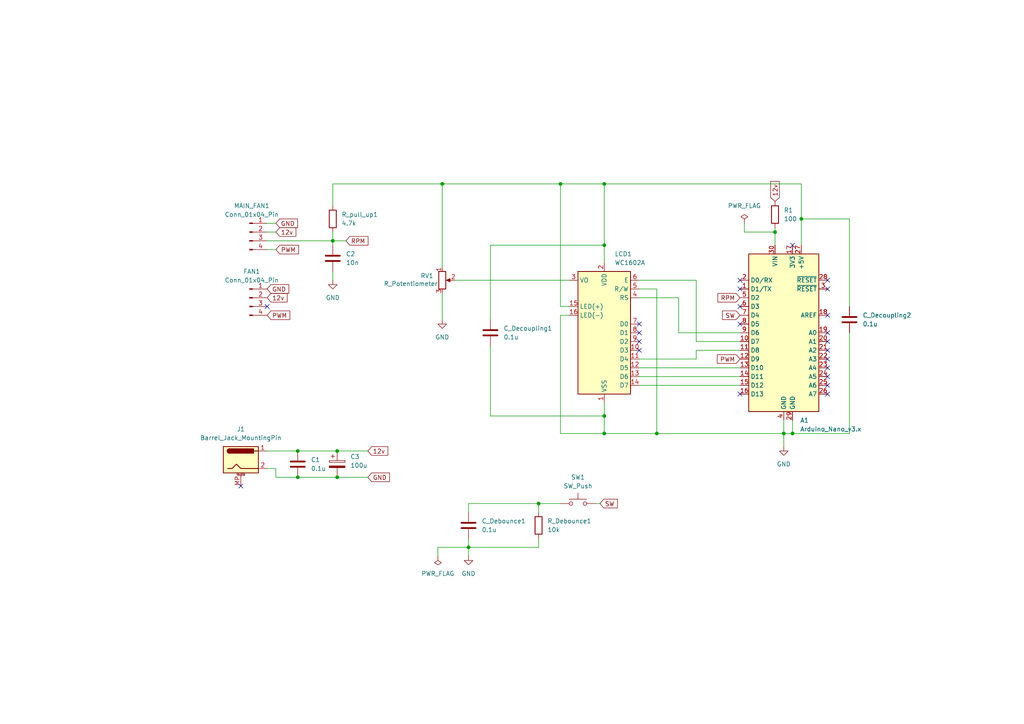
<source format=kicad_sch>
(kicad_sch
	(version 20231120)
	(generator "eeschema")
	(generator_version "8.0")
	(uuid "9da77c17-74ff-4569-853f-4644408d25b7")
	(paper "A4")
	(title_block
		(title "FAN_controler_Arduino_Nano")
		(date "2024-10-30")
		(rev "2.0")
	)
	(lib_symbols
		(symbol "Connector:Barrel_Jack_MountingPin"
			(pin_names hide)
			(exclude_from_sim no)
			(in_bom yes)
			(on_board yes)
			(property "Reference" "J"
				(at 0 5.334 0)
				(effects
					(font
						(size 1.27 1.27)
					)
				)
			)
			(property "Value" "Barrel_Jack_MountingPin"
				(at 1.27 -6.35 0)
				(effects
					(font
						(size 1.27 1.27)
					)
					(justify left)
				)
			)
			(property "Footprint" ""
				(at 1.27 -1.016 0)
				(effects
					(font
						(size 1.27 1.27)
					)
					(hide yes)
				)
			)
			(property "Datasheet" "~"
				(at 1.27 -1.016 0)
				(effects
					(font
						(size 1.27 1.27)
					)
					(hide yes)
				)
			)
			(property "Description" "DC Barrel Jack with a mounting pin"
				(at 0 0 0)
				(effects
					(font
						(size 1.27 1.27)
					)
					(hide yes)
				)
			)
			(property "ki_keywords" "DC power barrel jack connector"
				(at 0 0 0)
				(effects
					(font
						(size 1.27 1.27)
					)
					(hide yes)
				)
			)
			(property "ki_fp_filters" "BarrelJack*"
				(at 0 0 0)
				(effects
					(font
						(size 1.27 1.27)
					)
					(hide yes)
				)
			)
			(symbol "Barrel_Jack_MountingPin_0_1"
				(rectangle
					(start -5.08 3.81)
					(end 5.08 -3.81)
					(stroke
						(width 0.254)
						(type default)
					)
					(fill
						(type background)
					)
				)
				(arc
					(start -3.302 3.175)
					(mid -3.9343 2.54)
					(end -3.302 1.905)
					(stroke
						(width 0.254)
						(type default)
					)
					(fill
						(type none)
					)
				)
				(arc
					(start -3.302 3.175)
					(mid -3.9343 2.54)
					(end -3.302 1.905)
					(stroke
						(width 0.254)
						(type default)
					)
					(fill
						(type outline)
					)
				)
				(polyline
					(pts
						(xy 5.08 2.54) (xy 3.81 2.54)
					)
					(stroke
						(width 0.254)
						(type default)
					)
					(fill
						(type none)
					)
				)
				(polyline
					(pts
						(xy -3.81 -2.54) (xy -2.54 -2.54) (xy -1.27 -1.27) (xy 0 -2.54) (xy 2.54 -2.54) (xy 5.08 -2.54)
					)
					(stroke
						(width 0.254)
						(type default)
					)
					(fill
						(type none)
					)
				)
				(rectangle
					(start 3.683 3.175)
					(end -3.302 1.905)
					(stroke
						(width 0.254)
						(type default)
					)
					(fill
						(type outline)
					)
				)
			)
			(symbol "Barrel_Jack_MountingPin_1_1"
				(polyline
					(pts
						(xy -1.016 -4.572) (xy 1.016 -4.572)
					)
					(stroke
						(width 0.1524)
						(type default)
					)
					(fill
						(type none)
					)
				)
				(text "Mounting"
					(at 0 -4.191 0)
					(effects
						(font
							(size 0.381 0.381)
						)
					)
				)
				(pin passive line
					(at 7.62 2.54 180)
					(length 2.54)
					(name "~"
						(effects
							(font
								(size 1.27 1.27)
							)
						)
					)
					(number "1"
						(effects
							(font
								(size 1.27 1.27)
							)
						)
					)
				)
				(pin passive line
					(at 7.62 -2.54 180)
					(length 2.54)
					(name "~"
						(effects
							(font
								(size 1.27 1.27)
							)
						)
					)
					(number "2"
						(effects
							(font
								(size 1.27 1.27)
							)
						)
					)
				)
				(pin passive line
					(at 0 -7.62 90)
					(length 3.048)
					(name "MountPin"
						(effects
							(font
								(size 1.27 1.27)
							)
						)
					)
					(number "MP"
						(effects
							(font
								(size 1.27 1.27)
							)
						)
					)
				)
			)
		)
		(symbol "Connector:Conn_01x04_Pin"
			(pin_names
				(offset 1.016) hide)
			(exclude_from_sim no)
			(in_bom yes)
			(on_board yes)
			(property "Reference" "J"
				(at 0 5.08 0)
				(effects
					(font
						(size 1.27 1.27)
					)
				)
			)
			(property "Value" "Conn_01x04_Pin"
				(at 0 -7.62 0)
				(effects
					(font
						(size 1.27 1.27)
					)
				)
			)
			(property "Footprint" ""
				(at 0 0 0)
				(effects
					(font
						(size 1.27 1.27)
					)
					(hide yes)
				)
			)
			(property "Datasheet" "~"
				(at 0 0 0)
				(effects
					(font
						(size 1.27 1.27)
					)
					(hide yes)
				)
			)
			(property "Description" "Generic connector, single row, 01x04, script generated"
				(at 0 0 0)
				(effects
					(font
						(size 1.27 1.27)
					)
					(hide yes)
				)
			)
			(property "ki_locked" ""
				(at 0 0 0)
				(effects
					(font
						(size 1.27 1.27)
					)
				)
			)
			(property "ki_keywords" "connector"
				(at 0 0 0)
				(effects
					(font
						(size 1.27 1.27)
					)
					(hide yes)
				)
			)
			(property "ki_fp_filters" "Connector*:*_1x??_*"
				(at 0 0 0)
				(effects
					(font
						(size 1.27 1.27)
					)
					(hide yes)
				)
			)
			(symbol "Conn_01x04_Pin_1_1"
				(polyline
					(pts
						(xy 1.27 -5.08) (xy 0.8636 -5.08)
					)
					(stroke
						(width 0.1524)
						(type default)
					)
					(fill
						(type none)
					)
				)
				(polyline
					(pts
						(xy 1.27 -2.54) (xy 0.8636 -2.54)
					)
					(stroke
						(width 0.1524)
						(type default)
					)
					(fill
						(type none)
					)
				)
				(polyline
					(pts
						(xy 1.27 0) (xy 0.8636 0)
					)
					(stroke
						(width 0.1524)
						(type default)
					)
					(fill
						(type none)
					)
				)
				(polyline
					(pts
						(xy 1.27 2.54) (xy 0.8636 2.54)
					)
					(stroke
						(width 0.1524)
						(type default)
					)
					(fill
						(type none)
					)
				)
				(rectangle
					(start 0.8636 -4.953)
					(end 0 -5.207)
					(stroke
						(width 0.1524)
						(type default)
					)
					(fill
						(type outline)
					)
				)
				(rectangle
					(start 0.8636 -2.413)
					(end 0 -2.667)
					(stroke
						(width 0.1524)
						(type default)
					)
					(fill
						(type outline)
					)
				)
				(rectangle
					(start 0.8636 0.127)
					(end 0 -0.127)
					(stroke
						(width 0.1524)
						(type default)
					)
					(fill
						(type outline)
					)
				)
				(rectangle
					(start 0.8636 2.667)
					(end 0 2.413)
					(stroke
						(width 0.1524)
						(type default)
					)
					(fill
						(type outline)
					)
				)
				(pin passive line
					(at 5.08 2.54 180)
					(length 3.81)
					(name "Pin_1"
						(effects
							(font
								(size 1.27 1.27)
							)
						)
					)
					(number "1"
						(effects
							(font
								(size 1.27 1.27)
							)
						)
					)
				)
				(pin passive line
					(at 5.08 0 180)
					(length 3.81)
					(name "Pin_2"
						(effects
							(font
								(size 1.27 1.27)
							)
						)
					)
					(number "2"
						(effects
							(font
								(size 1.27 1.27)
							)
						)
					)
				)
				(pin passive line
					(at 5.08 -2.54 180)
					(length 3.81)
					(name "Pin_3"
						(effects
							(font
								(size 1.27 1.27)
							)
						)
					)
					(number "3"
						(effects
							(font
								(size 1.27 1.27)
							)
						)
					)
				)
				(pin passive line
					(at 5.08 -5.08 180)
					(length 3.81)
					(name "Pin_4"
						(effects
							(font
								(size 1.27 1.27)
							)
						)
					)
					(number "4"
						(effects
							(font
								(size 1.27 1.27)
							)
						)
					)
				)
			)
		)
		(symbol "Device:C"
			(pin_numbers hide)
			(pin_names
				(offset 0.254)
			)
			(exclude_from_sim no)
			(in_bom yes)
			(on_board yes)
			(property "Reference" "C"
				(at 0.635 2.54 0)
				(effects
					(font
						(size 1.27 1.27)
					)
					(justify left)
				)
			)
			(property "Value" "C"
				(at 0.635 -2.54 0)
				(effects
					(font
						(size 1.27 1.27)
					)
					(justify left)
				)
			)
			(property "Footprint" ""
				(at 0.9652 -3.81 0)
				(effects
					(font
						(size 1.27 1.27)
					)
					(hide yes)
				)
			)
			(property "Datasheet" "~"
				(at 0 0 0)
				(effects
					(font
						(size 1.27 1.27)
					)
					(hide yes)
				)
			)
			(property "Description" "Unpolarized capacitor"
				(at 0 0 0)
				(effects
					(font
						(size 1.27 1.27)
					)
					(hide yes)
				)
			)
			(property "ki_keywords" "cap capacitor"
				(at 0 0 0)
				(effects
					(font
						(size 1.27 1.27)
					)
					(hide yes)
				)
			)
			(property "ki_fp_filters" "C_*"
				(at 0 0 0)
				(effects
					(font
						(size 1.27 1.27)
					)
					(hide yes)
				)
			)
			(symbol "C_0_1"
				(polyline
					(pts
						(xy -2.032 -0.762) (xy 2.032 -0.762)
					)
					(stroke
						(width 0.508)
						(type default)
					)
					(fill
						(type none)
					)
				)
				(polyline
					(pts
						(xy -2.032 0.762) (xy 2.032 0.762)
					)
					(stroke
						(width 0.508)
						(type default)
					)
					(fill
						(type none)
					)
				)
			)
			(symbol "C_1_1"
				(pin passive line
					(at 0 3.81 270)
					(length 2.794)
					(name "~"
						(effects
							(font
								(size 1.27 1.27)
							)
						)
					)
					(number "1"
						(effects
							(font
								(size 1.27 1.27)
							)
						)
					)
				)
				(pin passive line
					(at 0 -3.81 90)
					(length 2.794)
					(name "~"
						(effects
							(font
								(size 1.27 1.27)
							)
						)
					)
					(number "2"
						(effects
							(font
								(size 1.27 1.27)
							)
						)
					)
				)
			)
		)
		(symbol "Device:C_Polarized"
			(pin_numbers hide)
			(pin_names
				(offset 0.254)
			)
			(exclude_from_sim no)
			(in_bom yes)
			(on_board yes)
			(property "Reference" "C"
				(at 0.635 2.54 0)
				(effects
					(font
						(size 1.27 1.27)
					)
					(justify left)
				)
			)
			(property "Value" "C_Polarized"
				(at 0.635 -2.54 0)
				(effects
					(font
						(size 1.27 1.27)
					)
					(justify left)
				)
			)
			(property "Footprint" ""
				(at 0.9652 -3.81 0)
				(effects
					(font
						(size 1.27 1.27)
					)
					(hide yes)
				)
			)
			(property "Datasheet" "~"
				(at 0 0 0)
				(effects
					(font
						(size 1.27 1.27)
					)
					(hide yes)
				)
			)
			(property "Description" "Polarized capacitor"
				(at 0 0 0)
				(effects
					(font
						(size 1.27 1.27)
					)
					(hide yes)
				)
			)
			(property "ki_keywords" "cap capacitor"
				(at 0 0 0)
				(effects
					(font
						(size 1.27 1.27)
					)
					(hide yes)
				)
			)
			(property "ki_fp_filters" "CP_*"
				(at 0 0 0)
				(effects
					(font
						(size 1.27 1.27)
					)
					(hide yes)
				)
			)
			(symbol "C_Polarized_0_1"
				(rectangle
					(start -2.286 0.508)
					(end 2.286 1.016)
					(stroke
						(width 0)
						(type default)
					)
					(fill
						(type none)
					)
				)
				(polyline
					(pts
						(xy -1.778 2.286) (xy -0.762 2.286)
					)
					(stroke
						(width 0)
						(type default)
					)
					(fill
						(type none)
					)
				)
				(polyline
					(pts
						(xy -1.27 2.794) (xy -1.27 1.778)
					)
					(stroke
						(width 0)
						(type default)
					)
					(fill
						(type none)
					)
				)
				(rectangle
					(start 2.286 -0.508)
					(end -2.286 -1.016)
					(stroke
						(width 0)
						(type default)
					)
					(fill
						(type outline)
					)
				)
			)
			(symbol "C_Polarized_1_1"
				(pin passive line
					(at 0 3.81 270)
					(length 2.794)
					(name "~"
						(effects
							(font
								(size 1.27 1.27)
							)
						)
					)
					(number "1"
						(effects
							(font
								(size 1.27 1.27)
							)
						)
					)
				)
				(pin passive line
					(at 0 -3.81 90)
					(length 2.794)
					(name "~"
						(effects
							(font
								(size 1.27 1.27)
							)
						)
					)
					(number "2"
						(effects
							(font
								(size 1.27 1.27)
							)
						)
					)
				)
			)
		)
		(symbol "Device:R"
			(pin_numbers hide)
			(pin_names
				(offset 0)
			)
			(exclude_from_sim no)
			(in_bom yes)
			(on_board yes)
			(property "Reference" "R"
				(at 2.032 0 90)
				(effects
					(font
						(size 1.27 1.27)
					)
				)
			)
			(property "Value" "R"
				(at 0 0 90)
				(effects
					(font
						(size 1.27 1.27)
					)
				)
			)
			(property "Footprint" ""
				(at -1.778 0 90)
				(effects
					(font
						(size 1.27 1.27)
					)
					(hide yes)
				)
			)
			(property "Datasheet" "~"
				(at 0 0 0)
				(effects
					(font
						(size 1.27 1.27)
					)
					(hide yes)
				)
			)
			(property "Description" "Resistor"
				(at 0 0 0)
				(effects
					(font
						(size 1.27 1.27)
					)
					(hide yes)
				)
			)
			(property "ki_keywords" "R res resistor"
				(at 0 0 0)
				(effects
					(font
						(size 1.27 1.27)
					)
					(hide yes)
				)
			)
			(property "ki_fp_filters" "R_*"
				(at 0 0 0)
				(effects
					(font
						(size 1.27 1.27)
					)
					(hide yes)
				)
			)
			(symbol "R_0_1"
				(rectangle
					(start -1.016 -2.54)
					(end 1.016 2.54)
					(stroke
						(width 0.254)
						(type default)
					)
					(fill
						(type none)
					)
				)
			)
			(symbol "R_1_1"
				(pin passive line
					(at 0 3.81 270)
					(length 1.27)
					(name "~"
						(effects
							(font
								(size 1.27 1.27)
							)
						)
					)
					(number "1"
						(effects
							(font
								(size 1.27 1.27)
							)
						)
					)
				)
				(pin passive line
					(at 0 -3.81 90)
					(length 1.27)
					(name "~"
						(effects
							(font
								(size 1.27 1.27)
							)
						)
					)
					(number "2"
						(effects
							(font
								(size 1.27 1.27)
							)
						)
					)
				)
			)
		)
		(symbol "Device:R_Potentiometer"
			(pin_names
				(offset 1.016) hide)
			(exclude_from_sim no)
			(in_bom yes)
			(on_board yes)
			(property "Reference" "RV"
				(at -4.445 0 90)
				(effects
					(font
						(size 1.27 1.27)
					)
				)
			)
			(property "Value" "R_Potentiometer"
				(at -2.54 0 90)
				(effects
					(font
						(size 1.27 1.27)
					)
				)
			)
			(property "Footprint" ""
				(at 0 0 0)
				(effects
					(font
						(size 1.27 1.27)
					)
					(hide yes)
				)
			)
			(property "Datasheet" "~"
				(at 0 0 0)
				(effects
					(font
						(size 1.27 1.27)
					)
					(hide yes)
				)
			)
			(property "Description" "Potentiometer"
				(at 0 0 0)
				(effects
					(font
						(size 1.27 1.27)
					)
					(hide yes)
				)
			)
			(property "ki_keywords" "resistor variable"
				(at 0 0 0)
				(effects
					(font
						(size 1.27 1.27)
					)
					(hide yes)
				)
			)
			(property "ki_fp_filters" "Potentiometer*"
				(at 0 0 0)
				(effects
					(font
						(size 1.27 1.27)
					)
					(hide yes)
				)
			)
			(symbol "R_Potentiometer_0_1"
				(polyline
					(pts
						(xy 2.54 0) (xy 1.524 0)
					)
					(stroke
						(width 0)
						(type default)
					)
					(fill
						(type none)
					)
				)
				(polyline
					(pts
						(xy 1.143 0) (xy 2.286 0.508) (xy 2.286 -0.508) (xy 1.143 0)
					)
					(stroke
						(width 0)
						(type default)
					)
					(fill
						(type outline)
					)
				)
				(rectangle
					(start 1.016 2.54)
					(end -1.016 -2.54)
					(stroke
						(width 0.254)
						(type default)
					)
					(fill
						(type none)
					)
				)
			)
			(symbol "R_Potentiometer_1_1"
				(pin passive line
					(at 0 3.81 270)
					(length 1.27)
					(name "1"
						(effects
							(font
								(size 1.27 1.27)
							)
						)
					)
					(number "1"
						(effects
							(font
								(size 1.27 1.27)
							)
						)
					)
				)
				(pin passive line
					(at 3.81 0 180)
					(length 1.27)
					(name "2"
						(effects
							(font
								(size 1.27 1.27)
							)
						)
					)
					(number "2"
						(effects
							(font
								(size 1.27 1.27)
							)
						)
					)
				)
				(pin passive line
					(at 0 -3.81 90)
					(length 1.27)
					(name "3"
						(effects
							(font
								(size 1.27 1.27)
							)
						)
					)
					(number "3"
						(effects
							(font
								(size 1.27 1.27)
							)
						)
					)
				)
			)
		)
		(symbol "Display_Character:WC1602A"
			(exclude_from_sim no)
			(in_bom yes)
			(on_board yes)
			(property "Reference" "DS"
				(at -5.842 19.05 0)
				(effects
					(font
						(size 1.27 1.27)
					)
				)
			)
			(property "Value" "WC1602A"
				(at 5.334 19.05 0)
				(effects
					(font
						(size 1.27 1.27)
					)
				)
			)
			(property "Footprint" "Display:WC1602A"
				(at 0 -22.86 0)
				(effects
					(font
						(size 1.27 1.27)
						(italic yes)
					)
					(hide yes)
				)
			)
			(property "Datasheet" "http://www.wincomlcd.com/pdf/WC1602A-SFYLYHTC06.pdf"
				(at 17.78 0 0)
				(effects
					(font
						(size 1.27 1.27)
					)
					(hide yes)
				)
			)
			(property "Description" "LCD 16x2 Alphanumeric , 8 bit parallel bus, 5V VDD"
				(at 0 0 0)
				(effects
					(font
						(size 1.27 1.27)
					)
					(hide yes)
				)
			)
			(property "ki_keywords" "display LCD dot-matrix"
				(at 0 0 0)
				(effects
					(font
						(size 1.27 1.27)
					)
					(hide yes)
				)
			)
			(property "ki_fp_filters" "*WC*1602A*"
				(at 0 0 0)
				(effects
					(font
						(size 1.27 1.27)
					)
					(hide yes)
				)
			)
			(symbol "WC1602A_1_1"
				(rectangle
					(start -7.62 17.78)
					(end 7.62 -17.78)
					(stroke
						(width 0.254)
						(type default)
					)
					(fill
						(type background)
					)
				)
				(pin power_in line
					(at 0 -20.32 90)
					(length 2.54)
					(name "VSS"
						(effects
							(font
								(size 1.27 1.27)
							)
						)
					)
					(number "1"
						(effects
							(font
								(size 1.27 1.27)
							)
						)
					)
				)
				(pin input line
					(at -10.16 -5.08 0)
					(length 2.54)
					(name "D3"
						(effects
							(font
								(size 1.27 1.27)
							)
						)
					)
					(number "10"
						(effects
							(font
								(size 1.27 1.27)
							)
						)
					)
				)
				(pin input line
					(at -10.16 -7.62 0)
					(length 2.54)
					(name "D4"
						(effects
							(font
								(size 1.27 1.27)
							)
						)
					)
					(number "11"
						(effects
							(font
								(size 1.27 1.27)
							)
						)
					)
				)
				(pin input line
					(at -10.16 -10.16 0)
					(length 2.54)
					(name "D5"
						(effects
							(font
								(size 1.27 1.27)
							)
						)
					)
					(number "12"
						(effects
							(font
								(size 1.27 1.27)
							)
						)
					)
				)
				(pin input line
					(at -10.16 -12.7 0)
					(length 2.54)
					(name "D6"
						(effects
							(font
								(size 1.27 1.27)
							)
						)
					)
					(number "13"
						(effects
							(font
								(size 1.27 1.27)
							)
						)
					)
				)
				(pin input line
					(at -10.16 -15.24 0)
					(length 2.54)
					(name "D7"
						(effects
							(font
								(size 1.27 1.27)
							)
						)
					)
					(number "14"
						(effects
							(font
								(size 1.27 1.27)
							)
						)
					)
				)
				(pin power_in line
					(at 10.16 7.62 180)
					(length 2.54)
					(name "LED(+)"
						(effects
							(font
								(size 1.27 1.27)
							)
						)
					)
					(number "15"
						(effects
							(font
								(size 1.27 1.27)
							)
						)
					)
				)
				(pin power_in line
					(at 10.16 5.08 180)
					(length 2.54)
					(name "LED(-)"
						(effects
							(font
								(size 1.27 1.27)
							)
						)
					)
					(number "16"
						(effects
							(font
								(size 1.27 1.27)
							)
						)
					)
				)
				(pin power_in line
					(at 0 20.32 270)
					(length 2.54)
					(name "VDD"
						(effects
							(font
								(size 1.27 1.27)
							)
						)
					)
					(number "2"
						(effects
							(font
								(size 1.27 1.27)
							)
						)
					)
				)
				(pin input line
					(at 10.16 15.24 180)
					(length 2.54)
					(name "VO"
						(effects
							(font
								(size 1.27 1.27)
							)
						)
					)
					(number "3"
						(effects
							(font
								(size 1.27 1.27)
							)
						)
					)
				)
				(pin input line
					(at -10.16 10.16 0)
					(length 2.54)
					(name "RS"
						(effects
							(font
								(size 1.27 1.27)
							)
						)
					)
					(number "4"
						(effects
							(font
								(size 1.27 1.27)
							)
						)
					)
				)
				(pin input line
					(at -10.16 12.7 0)
					(length 2.54)
					(name "R/W"
						(effects
							(font
								(size 1.27 1.27)
							)
						)
					)
					(number "5"
						(effects
							(font
								(size 1.27 1.27)
							)
						)
					)
				)
				(pin input line
					(at -10.16 15.24 0)
					(length 2.54)
					(name "E"
						(effects
							(font
								(size 1.27 1.27)
							)
						)
					)
					(number "6"
						(effects
							(font
								(size 1.27 1.27)
							)
						)
					)
				)
				(pin input line
					(at -10.16 2.54 0)
					(length 2.54)
					(name "D0"
						(effects
							(font
								(size 1.27 1.27)
							)
						)
					)
					(number "7"
						(effects
							(font
								(size 1.27 1.27)
							)
						)
					)
				)
				(pin input line
					(at -10.16 0 0)
					(length 2.54)
					(name "D1"
						(effects
							(font
								(size 1.27 1.27)
							)
						)
					)
					(number "8"
						(effects
							(font
								(size 1.27 1.27)
							)
						)
					)
				)
				(pin input line
					(at -10.16 -2.54 0)
					(length 2.54)
					(name "D2"
						(effects
							(font
								(size 1.27 1.27)
							)
						)
					)
					(number "9"
						(effects
							(font
								(size 1.27 1.27)
							)
						)
					)
				)
			)
		)
		(symbol "MCU_Module:Arduino_Nano_v3.x"
			(exclude_from_sim no)
			(in_bom yes)
			(on_board yes)
			(property "Reference" "A"
				(at -10.16 23.495 0)
				(effects
					(font
						(size 1.27 1.27)
					)
					(justify left bottom)
				)
			)
			(property "Value" "Arduino_Nano_v3.x"
				(at 5.08 -24.13 0)
				(effects
					(font
						(size 1.27 1.27)
					)
					(justify left top)
				)
			)
			(property "Footprint" "Module:Arduino_Nano"
				(at 0 0 0)
				(effects
					(font
						(size 1.27 1.27)
						(italic yes)
					)
					(hide yes)
				)
			)
			(property "Datasheet" "http://www.mouser.com/pdfdocs/Gravitech_Arduino_Nano3_0.pdf"
				(at 0 0 0)
				(effects
					(font
						(size 1.27 1.27)
					)
					(hide yes)
				)
			)
			(property "Description" "Arduino Nano v3.x"
				(at 0 0 0)
				(effects
					(font
						(size 1.27 1.27)
					)
					(hide yes)
				)
			)
			(property "ki_keywords" "Arduino nano microcontroller module USB"
				(at 0 0 0)
				(effects
					(font
						(size 1.27 1.27)
					)
					(hide yes)
				)
			)
			(property "ki_fp_filters" "Arduino*Nano*"
				(at 0 0 0)
				(effects
					(font
						(size 1.27 1.27)
					)
					(hide yes)
				)
			)
			(symbol "Arduino_Nano_v3.x_0_1"
				(rectangle
					(start -10.16 22.86)
					(end 10.16 -22.86)
					(stroke
						(width 0.254)
						(type default)
					)
					(fill
						(type background)
					)
				)
			)
			(symbol "Arduino_Nano_v3.x_1_1"
				(pin bidirectional line
					(at -12.7 12.7 0)
					(length 2.54)
					(name "D1/TX"
						(effects
							(font
								(size 1.27 1.27)
							)
						)
					)
					(number "1"
						(effects
							(font
								(size 1.27 1.27)
							)
						)
					)
				)
				(pin bidirectional line
					(at -12.7 -2.54 0)
					(length 2.54)
					(name "D7"
						(effects
							(font
								(size 1.27 1.27)
							)
						)
					)
					(number "10"
						(effects
							(font
								(size 1.27 1.27)
							)
						)
					)
				)
				(pin bidirectional line
					(at -12.7 -5.08 0)
					(length 2.54)
					(name "D8"
						(effects
							(font
								(size 1.27 1.27)
							)
						)
					)
					(number "11"
						(effects
							(font
								(size 1.27 1.27)
							)
						)
					)
				)
				(pin bidirectional line
					(at -12.7 -7.62 0)
					(length 2.54)
					(name "D9"
						(effects
							(font
								(size 1.27 1.27)
							)
						)
					)
					(number "12"
						(effects
							(font
								(size 1.27 1.27)
							)
						)
					)
				)
				(pin bidirectional line
					(at -12.7 -10.16 0)
					(length 2.54)
					(name "D10"
						(effects
							(font
								(size 1.27 1.27)
							)
						)
					)
					(number "13"
						(effects
							(font
								(size 1.27 1.27)
							)
						)
					)
				)
				(pin bidirectional line
					(at -12.7 -12.7 0)
					(length 2.54)
					(name "D11"
						(effects
							(font
								(size 1.27 1.27)
							)
						)
					)
					(number "14"
						(effects
							(font
								(size 1.27 1.27)
							)
						)
					)
				)
				(pin bidirectional line
					(at -12.7 -15.24 0)
					(length 2.54)
					(name "D12"
						(effects
							(font
								(size 1.27 1.27)
							)
						)
					)
					(number "15"
						(effects
							(font
								(size 1.27 1.27)
							)
						)
					)
				)
				(pin bidirectional line
					(at -12.7 -17.78 0)
					(length 2.54)
					(name "D13"
						(effects
							(font
								(size 1.27 1.27)
							)
						)
					)
					(number "16"
						(effects
							(font
								(size 1.27 1.27)
							)
						)
					)
				)
				(pin power_out line
					(at 2.54 25.4 270)
					(length 2.54)
					(name "3V3"
						(effects
							(font
								(size 1.27 1.27)
							)
						)
					)
					(number "17"
						(effects
							(font
								(size 1.27 1.27)
							)
						)
					)
				)
				(pin input line
					(at 12.7 5.08 180)
					(length 2.54)
					(name "AREF"
						(effects
							(font
								(size 1.27 1.27)
							)
						)
					)
					(number "18"
						(effects
							(font
								(size 1.27 1.27)
							)
						)
					)
				)
				(pin bidirectional line
					(at 12.7 0 180)
					(length 2.54)
					(name "A0"
						(effects
							(font
								(size 1.27 1.27)
							)
						)
					)
					(number "19"
						(effects
							(font
								(size 1.27 1.27)
							)
						)
					)
				)
				(pin bidirectional line
					(at -12.7 15.24 0)
					(length 2.54)
					(name "D0/RX"
						(effects
							(font
								(size 1.27 1.27)
							)
						)
					)
					(number "2"
						(effects
							(font
								(size 1.27 1.27)
							)
						)
					)
				)
				(pin bidirectional line
					(at 12.7 -2.54 180)
					(length 2.54)
					(name "A1"
						(effects
							(font
								(size 1.27 1.27)
							)
						)
					)
					(number "20"
						(effects
							(font
								(size 1.27 1.27)
							)
						)
					)
				)
				(pin bidirectional line
					(at 12.7 -5.08 180)
					(length 2.54)
					(name "A2"
						(effects
							(font
								(size 1.27 1.27)
							)
						)
					)
					(number "21"
						(effects
							(font
								(size 1.27 1.27)
							)
						)
					)
				)
				(pin bidirectional line
					(at 12.7 -7.62 180)
					(length 2.54)
					(name "A3"
						(effects
							(font
								(size 1.27 1.27)
							)
						)
					)
					(number "22"
						(effects
							(font
								(size 1.27 1.27)
							)
						)
					)
				)
				(pin bidirectional line
					(at 12.7 -10.16 180)
					(length 2.54)
					(name "A4"
						(effects
							(font
								(size 1.27 1.27)
							)
						)
					)
					(number "23"
						(effects
							(font
								(size 1.27 1.27)
							)
						)
					)
				)
				(pin bidirectional line
					(at 12.7 -12.7 180)
					(length 2.54)
					(name "A5"
						(effects
							(font
								(size 1.27 1.27)
							)
						)
					)
					(number "24"
						(effects
							(font
								(size 1.27 1.27)
							)
						)
					)
				)
				(pin bidirectional line
					(at 12.7 -15.24 180)
					(length 2.54)
					(name "A6"
						(effects
							(font
								(size 1.27 1.27)
							)
						)
					)
					(number "25"
						(effects
							(font
								(size 1.27 1.27)
							)
						)
					)
				)
				(pin bidirectional line
					(at 12.7 -17.78 180)
					(length 2.54)
					(name "A7"
						(effects
							(font
								(size 1.27 1.27)
							)
						)
					)
					(number "26"
						(effects
							(font
								(size 1.27 1.27)
							)
						)
					)
				)
				(pin power_out line
					(at 5.08 25.4 270)
					(length 2.54)
					(name "+5V"
						(effects
							(font
								(size 1.27 1.27)
							)
						)
					)
					(number "27"
						(effects
							(font
								(size 1.27 1.27)
							)
						)
					)
				)
				(pin input line
					(at 12.7 15.24 180)
					(length 2.54)
					(name "~{RESET}"
						(effects
							(font
								(size 1.27 1.27)
							)
						)
					)
					(number "28"
						(effects
							(font
								(size 1.27 1.27)
							)
						)
					)
				)
				(pin power_in line
					(at 2.54 -25.4 90)
					(length 2.54)
					(name "GND"
						(effects
							(font
								(size 1.27 1.27)
							)
						)
					)
					(number "29"
						(effects
							(font
								(size 1.27 1.27)
							)
						)
					)
				)
				(pin input line
					(at 12.7 12.7 180)
					(length 2.54)
					(name "~{RESET}"
						(effects
							(font
								(size 1.27 1.27)
							)
						)
					)
					(number "3"
						(effects
							(font
								(size 1.27 1.27)
							)
						)
					)
				)
				(pin power_in line
					(at -2.54 25.4 270)
					(length 2.54)
					(name "VIN"
						(effects
							(font
								(size 1.27 1.27)
							)
						)
					)
					(number "30"
						(effects
							(font
								(size 1.27 1.27)
							)
						)
					)
				)
				(pin power_in line
					(at 0 -25.4 90)
					(length 2.54)
					(name "GND"
						(effects
							(font
								(size 1.27 1.27)
							)
						)
					)
					(number "4"
						(effects
							(font
								(size 1.27 1.27)
							)
						)
					)
				)
				(pin bidirectional line
					(at -12.7 10.16 0)
					(length 2.54)
					(name "D2"
						(effects
							(font
								(size 1.27 1.27)
							)
						)
					)
					(number "5"
						(effects
							(font
								(size 1.27 1.27)
							)
						)
					)
				)
				(pin bidirectional line
					(at -12.7 7.62 0)
					(length 2.54)
					(name "D3"
						(effects
							(font
								(size 1.27 1.27)
							)
						)
					)
					(number "6"
						(effects
							(font
								(size 1.27 1.27)
							)
						)
					)
				)
				(pin bidirectional line
					(at -12.7 5.08 0)
					(length 2.54)
					(name "D4"
						(effects
							(font
								(size 1.27 1.27)
							)
						)
					)
					(number "7"
						(effects
							(font
								(size 1.27 1.27)
							)
						)
					)
				)
				(pin bidirectional line
					(at -12.7 2.54 0)
					(length 2.54)
					(name "D5"
						(effects
							(font
								(size 1.27 1.27)
							)
						)
					)
					(number "8"
						(effects
							(font
								(size 1.27 1.27)
							)
						)
					)
				)
				(pin bidirectional line
					(at -12.7 0 0)
					(length 2.54)
					(name "D6"
						(effects
							(font
								(size 1.27 1.27)
							)
						)
					)
					(number "9"
						(effects
							(font
								(size 1.27 1.27)
							)
						)
					)
				)
			)
		)
		(symbol "Switch:SW_Push"
			(pin_numbers hide)
			(pin_names
				(offset 1.016) hide)
			(exclude_from_sim no)
			(in_bom yes)
			(on_board yes)
			(property "Reference" "SW"
				(at 1.27 2.54 0)
				(effects
					(font
						(size 1.27 1.27)
					)
					(justify left)
				)
			)
			(property "Value" "SW_Push"
				(at 0 -1.524 0)
				(effects
					(font
						(size 1.27 1.27)
					)
				)
			)
			(property "Footprint" ""
				(at 0 5.08 0)
				(effects
					(font
						(size 1.27 1.27)
					)
					(hide yes)
				)
			)
			(property "Datasheet" "~"
				(at 0 5.08 0)
				(effects
					(font
						(size 1.27 1.27)
					)
					(hide yes)
				)
			)
			(property "Description" "Push button switch, generic, two pins"
				(at 0 0 0)
				(effects
					(font
						(size 1.27 1.27)
					)
					(hide yes)
				)
			)
			(property "ki_keywords" "switch normally-open pushbutton push-button"
				(at 0 0 0)
				(effects
					(font
						(size 1.27 1.27)
					)
					(hide yes)
				)
			)
			(symbol "SW_Push_0_1"
				(circle
					(center -2.032 0)
					(radius 0.508)
					(stroke
						(width 0)
						(type default)
					)
					(fill
						(type none)
					)
				)
				(polyline
					(pts
						(xy 0 1.27) (xy 0 3.048)
					)
					(stroke
						(width 0)
						(type default)
					)
					(fill
						(type none)
					)
				)
				(polyline
					(pts
						(xy 2.54 1.27) (xy -2.54 1.27)
					)
					(stroke
						(width 0)
						(type default)
					)
					(fill
						(type none)
					)
				)
				(circle
					(center 2.032 0)
					(radius 0.508)
					(stroke
						(width 0)
						(type default)
					)
					(fill
						(type none)
					)
				)
				(pin passive line
					(at -5.08 0 0)
					(length 2.54)
					(name "1"
						(effects
							(font
								(size 1.27 1.27)
							)
						)
					)
					(number "1"
						(effects
							(font
								(size 1.27 1.27)
							)
						)
					)
				)
				(pin passive line
					(at 5.08 0 180)
					(length 2.54)
					(name "2"
						(effects
							(font
								(size 1.27 1.27)
							)
						)
					)
					(number "2"
						(effects
							(font
								(size 1.27 1.27)
							)
						)
					)
				)
			)
		)
		(symbol "power:GND"
			(power)
			(pin_numbers hide)
			(pin_names
				(offset 0) hide)
			(exclude_from_sim no)
			(in_bom yes)
			(on_board yes)
			(property "Reference" "#PWR"
				(at 0 -6.35 0)
				(effects
					(font
						(size 1.27 1.27)
					)
					(hide yes)
				)
			)
			(property "Value" "GND"
				(at 0 -3.81 0)
				(effects
					(font
						(size 1.27 1.27)
					)
				)
			)
			(property "Footprint" ""
				(at 0 0 0)
				(effects
					(font
						(size 1.27 1.27)
					)
					(hide yes)
				)
			)
			(property "Datasheet" ""
				(at 0 0 0)
				(effects
					(font
						(size 1.27 1.27)
					)
					(hide yes)
				)
			)
			(property "Description" "Power symbol creates a global label with name \"GND\" , ground"
				(at 0 0 0)
				(effects
					(font
						(size 1.27 1.27)
					)
					(hide yes)
				)
			)
			(property "ki_keywords" "global power"
				(at 0 0 0)
				(effects
					(font
						(size 1.27 1.27)
					)
					(hide yes)
				)
			)
			(symbol "GND_0_1"
				(polyline
					(pts
						(xy 0 0) (xy 0 -1.27) (xy 1.27 -1.27) (xy 0 -2.54) (xy -1.27 -1.27) (xy 0 -1.27)
					)
					(stroke
						(width 0)
						(type default)
					)
					(fill
						(type none)
					)
				)
			)
			(symbol "GND_1_1"
				(pin power_in line
					(at 0 0 270)
					(length 0)
					(name "~"
						(effects
							(font
								(size 1.27 1.27)
							)
						)
					)
					(number "1"
						(effects
							(font
								(size 1.27 1.27)
							)
						)
					)
				)
			)
		)
		(symbol "power:PWR_FLAG"
			(power)
			(pin_numbers hide)
			(pin_names
				(offset 0) hide)
			(exclude_from_sim no)
			(in_bom yes)
			(on_board yes)
			(property "Reference" "#FLG"
				(at 0 1.905 0)
				(effects
					(font
						(size 1.27 1.27)
					)
					(hide yes)
				)
			)
			(property "Value" "PWR_FLAG"
				(at 0 3.81 0)
				(effects
					(font
						(size 1.27 1.27)
					)
				)
			)
			(property "Footprint" ""
				(at 0 0 0)
				(effects
					(font
						(size 1.27 1.27)
					)
					(hide yes)
				)
			)
			(property "Datasheet" "~"
				(at 0 0 0)
				(effects
					(font
						(size 1.27 1.27)
					)
					(hide yes)
				)
			)
			(property "Description" "Special symbol for telling ERC where power comes from"
				(at 0 0 0)
				(effects
					(font
						(size 1.27 1.27)
					)
					(hide yes)
				)
			)
			(property "ki_keywords" "flag power"
				(at 0 0 0)
				(effects
					(font
						(size 1.27 1.27)
					)
					(hide yes)
				)
			)
			(symbol "PWR_FLAG_0_0"
				(pin power_out line
					(at 0 0 90)
					(length 0)
					(name "~"
						(effects
							(font
								(size 1.27 1.27)
							)
						)
					)
					(number "1"
						(effects
							(font
								(size 1.27 1.27)
							)
						)
					)
				)
			)
			(symbol "PWR_FLAG_0_1"
				(polyline
					(pts
						(xy 0 0) (xy 0 1.27) (xy -1.016 1.905) (xy 0 2.54) (xy 1.016 1.905) (xy 0 1.27)
					)
					(stroke
						(width 0)
						(type default)
					)
					(fill
						(type none)
					)
				)
			)
		)
	)
	(junction
		(at 224.79 67.31)
		(diameter 0)
		(color 0 0 0 0)
		(uuid "0ad1e604-8a2a-4ec9-a68a-6159115fb2f8")
	)
	(junction
		(at 86.36 130.81)
		(diameter 0)
		(color 0 0 0 0)
		(uuid "1a5008b7-cc16-43ea-8982-bccef9c39b61")
	)
	(junction
		(at 175.26 120.65)
		(diameter 0)
		(color 0 0 0 0)
		(uuid "240febb5-1c1c-4ee6-a38c-c934947575e6")
	)
	(junction
		(at 232.41 63.5)
		(diameter 0)
		(color 0 0 0 0)
		(uuid "2974f42b-b503-4560-9144-59c2c828aa0d")
	)
	(junction
		(at 135.89 158.75)
		(diameter 0)
		(color 0 0 0 0)
		(uuid "36e8878e-9c4c-45b4-b4ff-5e0713f577bf")
	)
	(junction
		(at 162.56 53.34)
		(diameter 0)
		(color 0 0 0 0)
		(uuid "57172115-5f51-4c1c-a9de-468e3389c24b")
	)
	(junction
		(at 175.26 71.12)
		(diameter 0)
		(color 0 0 0 0)
		(uuid "6600f7b2-6bab-4603-b9d6-a89767a31192")
	)
	(junction
		(at 128.27 53.34)
		(diameter 0)
		(color 0 0 0 0)
		(uuid "6939169f-34d3-4b37-81c2-e18a0758ff65")
	)
	(junction
		(at 175.26 53.34)
		(diameter 0)
		(color 0 0 0 0)
		(uuid "779f4281-fe37-4fd9-8904-cfd2519435a9")
	)
	(junction
		(at 156.21 146.05)
		(diameter 0)
		(color 0 0 0 0)
		(uuid "85fd6295-f1ef-49ed-ba2d-30c4e7a3ba6d")
	)
	(junction
		(at 175.26 125.73)
		(diameter 0)
		(color 0 0 0 0)
		(uuid "956bac47-faf4-41fc-931b-d5beb79166ae")
	)
	(junction
		(at 86.36 138.43)
		(diameter 0)
		(color 0 0 0 0)
		(uuid "9e9d3524-329d-4ac4-b99d-f8448777edeb")
	)
	(junction
		(at 96.52 69.85)
		(diameter 0)
		(color 0 0 0 0)
		(uuid "9fcdff2c-a7d7-4bdd-af0a-09c0762c4743")
	)
	(junction
		(at 227.33 125.73)
		(diameter 0)
		(color 0 0 0 0)
		(uuid "c2c4ef76-241c-4c93-b105-214ab8ae722c")
	)
	(junction
		(at 190.5 125.73)
		(diameter 0)
		(color 0 0 0 0)
		(uuid "d9031c0e-04d6-4b47-a35b-cef561a1c676")
	)
	(junction
		(at 97.79 138.43)
		(diameter 0)
		(color 0 0 0 0)
		(uuid "de9f0a13-0393-44ad-813a-13c80221c41f")
	)
	(junction
		(at 97.79 130.81)
		(diameter 0)
		(color 0 0 0 0)
		(uuid "e2016d57-0290-41c4-97dd-13a777a0bbe0")
	)
	(junction
		(at 229.87 125.73)
		(diameter 0)
		(color 0 0 0 0)
		(uuid "e3ea4422-fc67-40ab-9eb2-a5885e0b1e50")
	)
	(no_connect
		(at 214.63 83.82)
		(uuid "08ff2cc4-ed15-46e7-b0b6-51910d542df7")
	)
	(no_connect
		(at 240.03 114.3)
		(uuid "110235ef-eb3b-460c-93da-03c391162283")
	)
	(no_connect
		(at 240.03 99.06)
		(uuid "173aba5f-83d5-40bb-93fb-75300323f399")
	)
	(no_connect
		(at 229.87 71.12)
		(uuid "17f5accb-b1bb-4c5c-bac0-9ef814025687")
	)
	(no_connect
		(at 214.63 93.98)
		(uuid "1bc25b99-6830-4274-93dc-d10af873ed0e")
	)
	(no_connect
		(at 185.42 93.98)
		(uuid "49b066a6-01bf-411a-b09c-3ebd5a71adf8")
	)
	(no_connect
		(at 240.03 111.76)
		(uuid "51b979f5-3ea7-464d-bd75-b4db1d855c21")
	)
	(no_connect
		(at 214.63 88.9)
		(uuid "8211a150-c2a9-42d4-aece-7df8bd5d6674")
	)
	(no_connect
		(at 185.42 96.52)
		(uuid "861219f0-adfb-4e71-95c2-cad1f5149e57")
	)
	(no_connect
		(at 77.47 88.9)
		(uuid "8a152a44-88be-42c5-9ac7-b26d37578abf")
	)
	(no_connect
		(at 185.42 99.06)
		(uuid "9d77ba8c-f9c4-4898-a206-0e14f33b4841")
	)
	(no_connect
		(at 214.63 81.28)
		(uuid "a13b36e7-a1b4-4de5-9968-d68efd49a1a9")
	)
	(no_connect
		(at 240.03 101.6)
		(uuid "a8b56087-705f-483b-9a4f-50fd8666477e")
	)
	(no_connect
		(at 69.85 140.97)
		(uuid "abbcceab-6ab4-4efe-86ef-0197b9e407ab")
	)
	(no_connect
		(at 240.03 109.22)
		(uuid "c4bb7fd4-92b9-4392-a1a1-7a70ac40b148")
	)
	(no_connect
		(at 240.03 83.82)
		(uuid "e9636b5d-c7cf-4cc8-b11d-c57d6d799490")
	)
	(no_connect
		(at 240.03 106.68)
		(uuid "ee0ce09f-66f5-4b4b-840d-5554deb02346")
	)
	(no_connect
		(at 240.03 91.44)
		(uuid "ee4a52e1-cbbe-4ef7-af62-898a6dd563a4")
	)
	(no_connect
		(at 185.42 101.6)
		(uuid "f0a8db8b-b647-4c34-b1a9-da7b126dca37")
	)
	(no_connect
		(at 240.03 96.52)
		(uuid "f36758f9-d7d8-49c5-830c-402b790e52b6")
	)
	(no_connect
		(at 240.03 104.14)
		(uuid "f7356e1c-ef42-4284-98c2-357bf91ffc43")
	)
	(no_connect
		(at 214.63 114.3)
		(uuid "fdbeac21-1333-43f8-975c-577021baff99")
	)
	(no_connect
		(at 240.03 81.28)
		(uuid "fea20f14-4330-4814-a600-711599ca58cb")
	)
	(wire
		(pts
			(xy 162.56 91.44) (xy 162.56 125.73)
		)
		(stroke
			(width 0)
			(type default)
		)
		(uuid "00299a21-646c-4e1c-b4e6-a5dbf3d84034")
	)
	(wire
		(pts
			(xy 162.56 53.34) (xy 175.26 53.34)
		)
		(stroke
			(width 0)
			(type default)
		)
		(uuid "02c2b2d9-452e-47d8-8e8f-1a1892a4dba9")
	)
	(wire
		(pts
			(xy 135.89 158.75) (xy 156.21 158.75)
		)
		(stroke
			(width 0)
			(type default)
		)
		(uuid "03cb7f5e-3d35-4359-8ebb-048e877299ce")
	)
	(wire
		(pts
			(xy 173.99 146.05) (xy 172.72 146.05)
		)
		(stroke
			(width 0)
			(type default)
		)
		(uuid "0bfe2a44-a190-4a03-9a5f-e1b7364c1cad")
	)
	(wire
		(pts
			(xy 227.33 121.92) (xy 227.33 125.73)
		)
		(stroke
			(width 0)
			(type default)
		)
		(uuid "0e5d18c5-1ada-48c9-be06-5b96cd780cf0")
	)
	(wire
		(pts
			(xy 135.89 158.75) (xy 135.89 161.29)
		)
		(stroke
			(width 0)
			(type default)
		)
		(uuid "1762e071-c1f1-4736-ac6a-48185dfbff6a")
	)
	(wire
		(pts
			(xy 246.38 96.52) (xy 246.38 125.73)
		)
		(stroke
			(width 0)
			(type default)
		)
		(uuid "1b9d615e-4b96-4bfd-9718-f26ab7dadd12")
	)
	(wire
		(pts
			(xy 185.42 109.22) (xy 214.63 109.22)
		)
		(stroke
			(width 0)
			(type default)
		)
		(uuid "1bbc7684-ad6b-419a-b42c-de3dd891e98b")
	)
	(wire
		(pts
			(xy 77.47 69.85) (xy 96.52 69.85)
		)
		(stroke
			(width 0)
			(type default)
		)
		(uuid "1cf45823-8c18-44c1-882d-cf976d08fb89")
	)
	(wire
		(pts
			(xy 246.38 125.73) (xy 229.87 125.73)
		)
		(stroke
			(width 0)
			(type default)
		)
		(uuid "23fba8de-f854-466d-bf39-9587d248b7ae")
	)
	(wire
		(pts
			(xy 156.21 148.59) (xy 156.21 146.05)
		)
		(stroke
			(width 0)
			(type default)
		)
		(uuid "2616ff65-c331-4038-9198-0c4b85282c9e")
	)
	(wire
		(pts
			(xy 175.26 125.73) (xy 190.5 125.73)
		)
		(stroke
			(width 0)
			(type default)
		)
		(uuid "265095fe-29bc-410d-a465-9d1b10757c32")
	)
	(wire
		(pts
			(xy 128.27 77.47) (xy 128.27 53.34)
		)
		(stroke
			(width 0)
			(type default)
		)
		(uuid "2d85152c-de5b-4368-b910-56426985ca5e")
	)
	(wire
		(pts
			(xy 185.42 83.82) (xy 190.5 83.82)
		)
		(stroke
			(width 0)
			(type default)
		)
		(uuid "366c99f9-23f1-48db-8657-1cc209c75ab0")
	)
	(wire
		(pts
			(xy 215.9 64.77) (xy 215.9 67.31)
		)
		(stroke
			(width 0)
			(type default)
		)
		(uuid "3970e292-fd4e-46cb-9f6f-c3c112317d7a")
	)
	(wire
		(pts
			(xy 127 158.75) (xy 127 161.29)
		)
		(stroke
			(width 0)
			(type default)
		)
		(uuid "3b672f04-868d-40f5-9bbc-9152a16c86e5")
	)
	(wire
		(pts
			(xy 201.93 81.28) (xy 201.93 99.06)
		)
		(stroke
			(width 0)
			(type default)
		)
		(uuid "3eee013e-1873-4e6e-ab82-8e7900a7c775")
	)
	(wire
		(pts
			(xy 229.87 121.92) (xy 229.87 125.73)
		)
		(stroke
			(width 0)
			(type default)
		)
		(uuid "3f046fed-0082-4f81-a9a9-1a7fe491b7b7")
	)
	(wire
		(pts
			(xy 232.41 63.5) (xy 232.41 53.34)
		)
		(stroke
			(width 0)
			(type default)
		)
		(uuid "3f311468-ee47-4dbd-b098-81d41d5a4132")
	)
	(wire
		(pts
			(xy 77.47 72.39) (xy 80.01 72.39)
		)
		(stroke
			(width 0)
			(type default)
		)
		(uuid "41f83a1a-adbc-4add-bc9e-8e75d376be56")
	)
	(wire
		(pts
			(xy 97.79 130.81) (xy 106.68 130.81)
		)
		(stroke
			(width 0)
			(type default)
		)
		(uuid "47908565-da2d-41a6-bdf3-02c7141c7d9c")
	)
	(wire
		(pts
			(xy 196.85 96.52) (xy 214.63 96.52)
		)
		(stroke
			(width 0)
			(type default)
		)
		(uuid "47995296-4f07-4013-8a04-8756b90e857d")
	)
	(wire
		(pts
			(xy 175.26 71.12) (xy 175.26 76.2)
		)
		(stroke
			(width 0)
			(type default)
		)
		(uuid "47c8f442-fc98-4802-8bee-b3e2d04c28cb")
	)
	(wire
		(pts
			(xy 96.52 78.74) (xy 96.52 81.28)
		)
		(stroke
			(width 0)
			(type default)
		)
		(uuid "47e86112-f7ad-4505-a039-fab1890b3610")
	)
	(wire
		(pts
			(xy 96.52 59.69) (xy 96.52 53.34)
		)
		(stroke
			(width 0)
			(type default)
		)
		(uuid "482d3fc2-5960-498e-8251-836201a6cca8")
	)
	(wire
		(pts
			(xy 80.01 135.89) (xy 77.47 135.89)
		)
		(stroke
			(width 0)
			(type default)
		)
		(uuid "4f281ad7-86da-4f8f-9888-3aec5755bac2")
	)
	(wire
		(pts
			(xy 77.47 67.31) (xy 80.01 67.31)
		)
		(stroke
			(width 0)
			(type default)
		)
		(uuid "5771999d-fc6b-4bbc-974a-1d62dad6d3f9")
	)
	(wire
		(pts
			(xy 224.79 66.04) (xy 224.79 67.31)
		)
		(stroke
			(width 0)
			(type default)
		)
		(uuid "579bb39e-1851-4861-9b87-ab126a6fc712")
	)
	(wire
		(pts
			(xy 246.38 63.5) (xy 232.41 63.5)
		)
		(stroke
			(width 0)
			(type default)
		)
		(uuid "5a28fa4d-d521-457b-92c8-b5a967d6e573")
	)
	(wire
		(pts
			(xy 185.42 111.76) (xy 214.63 111.76)
		)
		(stroke
			(width 0)
			(type default)
		)
		(uuid "61624ff9-68f9-4ca6-9d8e-226a6579dba1")
	)
	(wire
		(pts
			(xy 97.79 138.43) (xy 106.68 138.43)
		)
		(stroke
			(width 0)
			(type default)
		)
		(uuid "61880d3c-123a-4784-925d-014e8957b69c")
	)
	(wire
		(pts
			(xy 175.26 53.34) (xy 232.41 53.34)
		)
		(stroke
			(width 0)
			(type default)
		)
		(uuid "629d0df9-664b-4b0f-ae32-3340a444f812")
	)
	(wire
		(pts
			(xy 246.38 88.9) (xy 246.38 63.5)
		)
		(stroke
			(width 0)
			(type default)
		)
		(uuid "6380928b-09d7-4325-aac5-31e8fb0cf657")
	)
	(wire
		(pts
			(xy 135.89 146.05) (xy 156.21 146.05)
		)
		(stroke
			(width 0)
			(type default)
		)
		(uuid "69329d14-85cb-405d-9b80-07df9a930f41")
	)
	(wire
		(pts
			(xy 96.52 53.34) (xy 128.27 53.34)
		)
		(stroke
			(width 0)
			(type default)
		)
		(uuid "69afcea9-1dff-446e-9a21-859faef04f86")
	)
	(wire
		(pts
			(xy 175.26 120.65) (xy 175.26 125.73)
		)
		(stroke
			(width 0)
			(type default)
		)
		(uuid "6e69c314-5468-4e30-85d9-a652e2f1f60a")
	)
	(wire
		(pts
			(xy 142.24 71.12) (xy 175.26 71.12)
		)
		(stroke
			(width 0)
			(type default)
		)
		(uuid "6fd3ac97-3d8f-4188-9c75-2ec658622e89")
	)
	(wire
		(pts
			(xy 135.89 148.59) (xy 135.89 146.05)
		)
		(stroke
			(width 0)
			(type default)
		)
		(uuid "745acb0d-07ce-4428-93a7-578b677231ff")
	)
	(wire
		(pts
			(xy 185.42 86.36) (xy 196.85 86.36)
		)
		(stroke
			(width 0)
			(type default)
		)
		(uuid "76ca07db-88cd-4fde-a231-dca4784bdec3")
	)
	(wire
		(pts
			(xy 156.21 156.21) (xy 156.21 158.75)
		)
		(stroke
			(width 0)
			(type default)
		)
		(uuid "7729752e-c546-4aab-854e-67df9b023e3a")
	)
	(wire
		(pts
			(xy 127 158.75) (xy 135.89 158.75)
		)
		(stroke
			(width 0)
			(type default)
		)
		(uuid "7918c3bb-96fc-4a5e-9235-cbbeaac331d5")
	)
	(wire
		(pts
			(xy 201.93 99.06) (xy 214.63 99.06)
		)
		(stroke
			(width 0)
			(type default)
		)
		(uuid "7e146dd9-4b1c-4d97-9977-9013090f763b")
	)
	(wire
		(pts
			(xy 214.63 101.6) (xy 201.93 101.6)
		)
		(stroke
			(width 0)
			(type default)
		)
		(uuid "81f75a72-ad56-41c2-b703-e4ba48db71f2")
	)
	(wire
		(pts
			(xy 190.5 125.73) (xy 227.33 125.73)
		)
		(stroke
			(width 0)
			(type default)
		)
		(uuid "8283e2d7-272f-4b47-8aa4-ee58c0b5d096")
	)
	(wire
		(pts
			(xy 165.1 88.9) (xy 162.56 88.9)
		)
		(stroke
			(width 0)
			(type default)
		)
		(uuid "8938931f-c257-4070-81dd-3c1e2fbc35b0")
	)
	(wire
		(pts
			(xy 96.52 69.85) (xy 96.52 71.12)
		)
		(stroke
			(width 0)
			(type default)
		)
		(uuid "8aab632e-d507-4a32-9cac-601f9ac58991")
	)
	(wire
		(pts
			(xy 142.24 92.71) (xy 142.24 71.12)
		)
		(stroke
			(width 0)
			(type default)
		)
		(uuid "9588a3b2-ea5f-40b8-8fae-1eec6b2a4834")
	)
	(wire
		(pts
			(xy 227.33 125.73) (xy 227.33 129.54)
		)
		(stroke
			(width 0)
			(type default)
		)
		(uuid "969caf1f-7f04-491b-80a9-e684f56e8f47")
	)
	(wire
		(pts
			(xy 128.27 85.09) (xy 128.27 92.71)
		)
		(stroke
			(width 0)
			(type default)
		)
		(uuid "98bc4529-6c6d-4a77-9827-4fff9b129c78")
	)
	(wire
		(pts
			(xy 165.1 91.44) (xy 162.56 91.44)
		)
		(stroke
			(width 0)
			(type default)
		)
		(uuid "9a3a2e79-7725-44c0-8138-5aa0c6ccdbf6")
	)
	(wire
		(pts
			(xy 196.85 86.36) (xy 196.85 96.52)
		)
		(stroke
			(width 0)
			(type default)
		)
		(uuid "9e67b3eb-f98b-4432-8788-953fab79c1b9")
	)
	(wire
		(pts
			(xy 142.24 100.33) (xy 142.24 120.65)
		)
		(stroke
			(width 0)
			(type default)
		)
		(uuid "9f4231ee-055b-4823-9990-e6ce21082c40")
	)
	(wire
		(pts
			(xy 175.26 116.84) (xy 175.26 120.65)
		)
		(stroke
			(width 0)
			(type default)
		)
		(uuid "9fd832d5-530b-44af-be14-a5c1477ab9ae")
	)
	(wire
		(pts
			(xy 215.9 67.31) (xy 224.79 67.31)
		)
		(stroke
			(width 0)
			(type default)
		)
		(uuid "9fe06b74-1159-4dcd-a1df-b3163a8c2886")
	)
	(wire
		(pts
			(xy 80.01 138.43) (xy 86.36 138.43)
		)
		(stroke
			(width 0)
			(type default)
		)
		(uuid "a1f6eb02-99d5-4d76-945c-8eea0d6221be")
	)
	(wire
		(pts
			(xy 96.52 69.85) (xy 100.33 69.85)
		)
		(stroke
			(width 0)
			(type default)
		)
		(uuid "a48c3a14-895a-4b64-bf1b-4750e1102447")
	)
	(wire
		(pts
			(xy 132.08 81.28) (xy 165.1 81.28)
		)
		(stroke
			(width 0)
			(type default)
		)
		(uuid "a50751cb-629e-4916-862f-73eb81684c60")
	)
	(wire
		(pts
			(xy 142.24 120.65) (xy 175.26 120.65)
		)
		(stroke
			(width 0)
			(type default)
		)
		(uuid "a982ec4d-0979-4f98-bfee-884b965ea13e")
	)
	(wire
		(pts
			(xy 80.01 138.43) (xy 80.01 135.89)
		)
		(stroke
			(width 0)
			(type default)
		)
		(uuid "a9f78167-9ed7-479b-9259-cc2b3bd7ad79")
	)
	(wire
		(pts
			(xy 201.93 101.6) (xy 201.93 104.14)
		)
		(stroke
			(width 0)
			(type default)
		)
		(uuid "aa94f833-b86f-4433-af1c-c2355e89d8e5")
	)
	(wire
		(pts
			(xy 135.89 156.21) (xy 135.89 158.75)
		)
		(stroke
			(width 0)
			(type default)
		)
		(uuid "ac202c5a-778f-480c-bd78-f01fc9f950b2")
	)
	(wire
		(pts
			(xy 86.36 130.81) (xy 97.79 130.81)
		)
		(stroke
			(width 0)
			(type default)
		)
		(uuid "b661c15b-c562-4476-b92b-f7c0bfa6b3e9")
	)
	(wire
		(pts
			(xy 162.56 53.34) (xy 162.56 88.9)
		)
		(stroke
			(width 0)
			(type default)
		)
		(uuid "c10325a2-c138-474f-88a2-30106dc35429")
	)
	(wire
		(pts
			(xy 77.47 64.77) (xy 80.01 64.77)
		)
		(stroke
			(width 0)
			(type default)
		)
		(uuid "cc595533-8729-4959-91f8-413be35a2948")
	)
	(wire
		(pts
			(xy 224.79 67.31) (xy 224.79 71.12)
		)
		(stroke
			(width 0)
			(type default)
		)
		(uuid "cf7e7e97-d4ca-4b4e-89e6-873808170c87")
	)
	(wire
		(pts
			(xy 86.36 138.43) (xy 97.79 138.43)
		)
		(stroke
			(width 0)
			(type default)
		)
		(uuid "d237dd2e-8707-4bf2-b9d4-e6c7f813fe6b")
	)
	(wire
		(pts
			(xy 156.21 146.05) (xy 162.56 146.05)
		)
		(stroke
			(width 0)
			(type default)
		)
		(uuid "d69d89ff-c907-4e3d-a42c-5e35aa7268dd")
	)
	(wire
		(pts
			(xy 128.27 53.34) (xy 162.56 53.34)
		)
		(stroke
			(width 0)
			(type default)
		)
		(uuid "d8034dca-ac27-44ce-bef5-6eb069b99d23")
	)
	(wire
		(pts
			(xy 190.5 83.82) (xy 190.5 125.73)
		)
		(stroke
			(width 0)
			(type default)
		)
		(uuid "d8307522-0b0f-420c-b8a6-b3838b1f40f3")
	)
	(wire
		(pts
			(xy 185.42 81.28) (xy 201.93 81.28)
		)
		(stroke
			(width 0)
			(type default)
		)
		(uuid "d84df415-9069-42fb-9bc8-7e1f825305a4")
	)
	(wire
		(pts
			(xy 229.87 125.73) (xy 227.33 125.73)
		)
		(stroke
			(width 0)
			(type default)
		)
		(uuid "dc725077-5b23-4b70-a02b-860d40667f46")
	)
	(wire
		(pts
			(xy 201.93 104.14) (xy 185.42 104.14)
		)
		(stroke
			(width 0)
			(type default)
		)
		(uuid "e1c9a015-b00c-4ec1-831e-55d094b0471b")
	)
	(wire
		(pts
			(xy 185.42 106.68) (xy 214.63 106.68)
		)
		(stroke
			(width 0)
			(type default)
		)
		(uuid "e47c1a90-a39c-4505-9738-3dfab7bf6879")
	)
	(wire
		(pts
			(xy 175.26 53.34) (xy 175.26 71.12)
		)
		(stroke
			(width 0)
			(type default)
		)
		(uuid "e59a7d21-0f41-47b8-a655-ed47fc07adea")
	)
	(wire
		(pts
			(xy 162.56 125.73) (xy 175.26 125.73)
		)
		(stroke
			(width 0)
			(type default)
		)
		(uuid "e8cd2ed9-369d-4f18-ab88-df17fbe302fa")
	)
	(wire
		(pts
			(xy 232.41 71.12) (xy 232.41 63.5)
		)
		(stroke
			(width 0)
			(type default)
		)
		(uuid "eb21839d-47c2-4d4c-8aa4-860b41afd700")
	)
	(wire
		(pts
			(xy 77.47 130.81) (xy 86.36 130.81)
		)
		(stroke
			(width 0)
			(type default)
		)
		(uuid "f8aa07e3-24ea-4963-a98a-0fdd7f0cdcb7")
	)
	(wire
		(pts
			(xy 96.52 67.31) (xy 96.52 69.85)
		)
		(stroke
			(width 0)
			(type default)
		)
		(uuid "fffa03df-4d6f-4089-ba6f-4834647c66f5")
	)
	(global_label "12v"
		(shape input)
		(at 224.79 58.42 90)
		(fields_autoplaced yes)
		(effects
			(font
				(size 1.27 1.27)
			)
			(justify left)
		)
		(uuid "0387c09e-0bf1-4ac6-abf8-912fd7a0dd83")
		(property "Intersheetrefs" "${INTERSHEET_REFS}"
			(at 224.79 52.0482 90)
			(effects
				(font
					(size 1.27 1.27)
				)
				(justify left)
				(hide yes)
			)
		)
	)
	(global_label "PWM"
		(shape input)
		(at 77.47 91.44 0)
		(fields_autoplaced yes)
		(effects
			(font
				(size 1.27 1.27)
			)
			(justify left)
		)
		(uuid "0561306c-a599-49db-ad1d-6b16c6b704b4")
		(property "Intersheetrefs" "${INTERSHEET_REFS}"
			(at 84.628 91.44 0)
			(effects
				(font
					(size 1.27 1.27)
				)
				(justify left)
				(hide yes)
			)
		)
	)
	(global_label "SW"
		(shape input)
		(at 214.63 91.44 180)
		(fields_autoplaced yes)
		(effects
			(font
				(size 1.27 1.27)
			)
			(justify right)
		)
		(uuid "2f475e79-a3df-4a77-8314-04b0aa40006f")
		(property "Intersheetrefs" "${INTERSHEET_REFS}"
			(at 208.9839 91.44 0)
			(effects
				(font
					(size 1.27 1.27)
				)
				(justify right)
				(hide yes)
			)
		)
	)
	(global_label "GND"
		(shape input)
		(at 106.68 138.43 0)
		(fields_autoplaced yes)
		(effects
			(font
				(size 1.27 1.27)
			)
			(justify left)
		)
		(uuid "405de015-9919-4b9e-9725-d3eb8102baf2")
		(property "Intersheetrefs" "${INTERSHEET_REFS}"
			(at 113.5357 138.43 0)
			(effects
				(font
					(size 1.27 1.27)
				)
				(justify left)
				(hide yes)
			)
		)
	)
	(global_label "GND"
		(shape input)
		(at 77.47 83.82 0)
		(fields_autoplaced yes)
		(effects
			(font
				(size 1.27 1.27)
			)
			(justify left)
		)
		(uuid "4544108f-cc25-4d38-bd05-e72dab297a54")
		(property "Intersheetrefs" "${INTERSHEET_REFS}"
			(at 84.3257 83.82 0)
			(effects
				(font
					(size 1.27 1.27)
				)
				(justify left)
				(hide yes)
			)
		)
	)
	(global_label "12v"
		(shape input)
		(at 77.47 86.36 0)
		(fields_autoplaced yes)
		(effects
			(font
				(size 1.27 1.27)
			)
			(justify left)
		)
		(uuid "4f34f0d8-05eb-4e13-ab03-8bddf2be6ab0")
		(property "Intersheetrefs" "${INTERSHEET_REFS}"
			(at 83.8418 86.36 0)
			(effects
				(font
					(size 1.27 1.27)
				)
				(justify left)
				(hide yes)
			)
		)
	)
	(global_label "PWM"
		(shape input)
		(at 214.63 104.14 180)
		(fields_autoplaced yes)
		(effects
			(font
				(size 1.27 1.27)
			)
			(justify right)
		)
		(uuid "51ab92c3-6203-4127-b751-7639aac2e54d")
		(property "Intersheetrefs" "${INTERSHEET_REFS}"
			(at 207.472 104.14 0)
			(effects
				(font
					(size 1.27 1.27)
				)
				(justify right)
				(hide yes)
			)
		)
	)
	(global_label "PWM"
		(shape input)
		(at 80.01 72.39 0)
		(fields_autoplaced yes)
		(effects
			(font
				(size 1.27 1.27)
			)
			(justify left)
		)
		(uuid "6a804305-8b5d-458e-8f9c-07ed36af32bd")
		(property "Intersheetrefs" "${INTERSHEET_REFS}"
			(at 87.168 72.39 0)
			(effects
				(font
					(size 1.27 1.27)
				)
				(justify left)
				(hide yes)
			)
		)
	)
	(global_label "GND"
		(shape input)
		(at 80.01 64.77 0)
		(fields_autoplaced yes)
		(effects
			(font
				(size 1.27 1.27)
			)
			(justify left)
		)
		(uuid "7d92da91-5319-44cd-8f95-1c62ddaac1c9")
		(property "Intersheetrefs" "${INTERSHEET_REFS}"
			(at 86.8657 64.77 0)
			(effects
				(font
					(size 1.27 1.27)
				)
				(justify left)
				(hide yes)
			)
		)
	)
	(global_label "12v"
		(shape input)
		(at 106.68 130.81 0)
		(fields_autoplaced yes)
		(effects
			(font
				(size 1.27 1.27)
			)
			(justify left)
		)
		(uuid "84bc934f-1eef-422f-a95f-54696729c7f1")
		(property "Intersheetrefs" "${INTERSHEET_REFS}"
			(at 113.0518 130.81 0)
			(effects
				(font
					(size 1.27 1.27)
				)
				(justify left)
				(hide yes)
			)
		)
	)
	(global_label "SW"
		(shape input)
		(at 173.99 146.05 0)
		(fields_autoplaced yes)
		(effects
			(font
				(size 1.27 1.27)
			)
			(justify left)
		)
		(uuid "a210705a-3991-45e0-b3b7-51eae5dfd899")
		(property "Intersheetrefs" "${INTERSHEET_REFS}"
			(at 179.6361 146.05 0)
			(effects
				(font
					(size 1.27 1.27)
				)
				(justify left)
				(hide yes)
			)
		)
	)
	(global_label "RPM"
		(shape input)
		(at 214.63 86.36 180)
		(fields_autoplaced yes)
		(effects
			(font
				(size 1.27 1.27)
			)
			(justify right)
		)
		(uuid "a9783ffd-9f44-480c-8544-08812d934344")
		(property "Intersheetrefs" "${INTERSHEET_REFS}"
			(at 207.6534 86.36 0)
			(effects
				(font
					(size 1.27 1.27)
				)
				(justify right)
				(hide yes)
			)
		)
	)
	(global_label "12v"
		(shape input)
		(at 80.01 67.31 0)
		(fields_autoplaced yes)
		(effects
			(font
				(size 1.27 1.27)
			)
			(justify left)
		)
		(uuid "b71b7207-ff76-4fc4-8785-4d6327804018")
		(property "Intersheetrefs" "${INTERSHEET_REFS}"
			(at 86.3818 67.31 0)
			(effects
				(font
					(size 1.27 1.27)
				)
				(justify left)
				(hide yes)
			)
		)
	)
	(global_label "RPM"
		(shape input)
		(at 100.33 69.85 0)
		(fields_autoplaced yes)
		(effects
			(font
				(size 1.27 1.27)
			)
			(justify left)
		)
		(uuid "bb83b120-d116-4059-9e38-63affa909945")
		(property "Intersheetrefs" "${INTERSHEET_REFS}"
			(at 107.3066 69.85 0)
			(effects
				(font
					(size 1.27 1.27)
				)
				(justify left)
				(hide yes)
			)
		)
	)
	(symbol
		(lib_id "power:GND")
		(at 96.52 81.28 0)
		(unit 1)
		(exclude_from_sim no)
		(in_bom yes)
		(on_board yes)
		(dnp no)
		(fields_autoplaced yes)
		(uuid "017f3e11-3586-40a7-ae47-12f55d0fde2d")
		(property "Reference" "#PWR01"
			(at 96.52 87.63 0)
			(effects
				(font
					(size 1.27 1.27)
				)
				(hide yes)
			)
		)
		(property "Value" "GND"
			(at 96.52 86.36 0)
			(effects
				(font
					(size 1.27 1.27)
				)
			)
		)
		(property "Footprint" ""
			(at 96.52 81.28 0)
			(effects
				(font
					(size 1.27 1.27)
				)
				(hide yes)
			)
		)
		(property "Datasheet" ""
			(at 96.52 81.28 0)
			(effects
				(font
					(size 1.27 1.27)
				)
				(hide yes)
			)
		)
		(property "Description" "Power symbol creates a global label with name \"GND\" , ground"
			(at 96.52 81.28 0)
			(effects
				(font
					(size 1.27 1.27)
				)
				(hide yes)
			)
		)
		(pin "1"
			(uuid "d11a53b5-a483-4edf-8651-b2228ea92c3e")
		)
		(instances
			(project "FAN_controler_arduino_nano_2"
				(path "/9da77c17-74ff-4569-853f-4644408d25b7"
					(reference "#PWR01")
					(unit 1)
				)
			)
		)
	)
	(symbol
		(lib_id "Connector:Barrel_Jack_MountingPin")
		(at 69.85 133.35 0)
		(unit 1)
		(exclude_from_sim no)
		(in_bom yes)
		(on_board yes)
		(dnp no)
		(fields_autoplaced yes)
		(uuid "12bfa181-0d22-4571-9e09-6e9e2bff0ee5")
		(property "Reference" "J1"
			(at 69.85 124.46 0)
			(effects
				(font
					(size 1.27 1.27)
				)
			)
		)
		(property "Value" "Barrel_Jack_MountingPin"
			(at 69.85 127 0)
			(effects
				(font
					(size 1.27 1.27)
				)
			)
		)
		(property "Footprint" "Connector_BarrelJack:BarrelJack_Horizontal"
			(at 71.12 134.366 0)
			(effects
				(font
					(size 1.27 1.27)
				)
				(hide yes)
			)
		)
		(property "Datasheet" "~"
			(at 71.12 134.366 0)
			(effects
				(font
					(size 1.27 1.27)
				)
				(hide yes)
			)
		)
		(property "Description" "DC Barrel Jack with a mounting pin"
			(at 69.85 133.35 0)
			(effects
				(font
					(size 1.27 1.27)
				)
				(hide yes)
			)
		)
		(pin "2"
			(uuid "cde16950-0b78-49a9-bffa-14bbfc464578")
		)
		(pin "MP"
			(uuid "e7954c3d-fc61-4d5c-98a9-b1409d36857b")
		)
		(pin "1"
			(uuid "a73fe66c-374f-4120-af8b-b1f78dc0ff3a")
		)
		(instances
			(project "FAN_controler_arduino_nano_2"
				(path "/9da77c17-74ff-4569-853f-4644408d25b7"
					(reference "J1")
					(unit 1)
				)
			)
		)
	)
	(symbol
		(lib_id "Switch:SW_Push")
		(at 167.64 146.05 0)
		(unit 1)
		(exclude_from_sim no)
		(in_bom yes)
		(on_board yes)
		(dnp no)
		(fields_autoplaced yes)
		(uuid "2ad0af63-5548-43f0-aee5-64a1c884f9a8")
		(property "Reference" "SW1"
			(at 167.64 138.43 0)
			(effects
				(font
					(size 1.27 1.27)
				)
			)
		)
		(property "Value" "SW_Push"
			(at 167.64 140.97 0)
			(effects
				(font
					(size 1.27 1.27)
				)
			)
		)
		(property "Footprint" "Button_Switch_THT:SW_PUSH_6mm_H5mm"
			(at 167.64 140.97 0)
			(effects
				(font
					(size 1.27 1.27)
				)
				(hide yes)
			)
		)
		(property "Datasheet" "~"
			(at 167.64 140.97 0)
			(effects
				(font
					(size 1.27 1.27)
				)
				(hide yes)
			)
		)
		(property "Description" "Push button switch, generic, two pins"
			(at 167.64 146.05 0)
			(effects
				(font
					(size 1.27 1.27)
				)
				(hide yes)
			)
		)
		(pin "1"
			(uuid "d334e4f3-29d3-43c9-acea-32588841e52e")
		)
		(pin "2"
			(uuid "7ca27448-b646-40bb-b888-58a973b457a3")
		)
		(instances
			(project "FAN_controler_arduino_nano_2"
				(path "/9da77c17-74ff-4569-853f-4644408d25b7"
					(reference "SW1")
					(unit 1)
				)
			)
		)
	)
	(symbol
		(lib_id "Device:R")
		(at 96.52 63.5 0)
		(unit 1)
		(exclude_from_sim no)
		(in_bom yes)
		(on_board yes)
		(dnp no)
		(fields_autoplaced yes)
		(uuid "44cdba5e-30d3-43a9-8393-6045dac7a331")
		(property "Reference" "R_pull_up1"
			(at 99.06 62.2299 0)
			(effects
				(font
					(size 1.27 1.27)
				)
				(justify left)
			)
		)
		(property "Value" "4.7k"
			(at 99.06 64.7699 0)
			(effects
				(font
					(size 1.27 1.27)
				)
				(justify left)
			)
		)
		(property "Footprint" "Resistor_SMD:R_0603_1608Metric_Pad0.98x0.95mm_HandSolder"
			(at 94.742 63.5 90)
			(effects
				(font
					(size 1.27 1.27)
				)
				(hide yes)
			)
		)
		(property "Datasheet" "~"
			(at 96.52 63.5 0)
			(effects
				(font
					(size 1.27 1.27)
				)
				(hide yes)
			)
		)
		(property "Description" "Resistor"
			(at 96.52 63.5 0)
			(effects
				(font
					(size 1.27 1.27)
				)
				(hide yes)
			)
		)
		(pin "1"
			(uuid "382fdadf-8201-4c65-97a4-65a7e125276b")
		)
		(pin "2"
			(uuid "38ba3c7a-11f7-4f58-9bbc-10839fba95f8")
		)
		(instances
			(project "FAN_controler_arduino_nano_2"
				(path "/9da77c17-74ff-4569-853f-4644408d25b7"
					(reference "R_pull_up1")
					(unit 1)
				)
			)
		)
	)
	(symbol
		(lib_id "Device:R")
		(at 224.79 62.23 0)
		(unit 1)
		(exclude_from_sim no)
		(in_bom yes)
		(on_board yes)
		(dnp no)
		(fields_autoplaced yes)
		(uuid "475c2cf5-c506-4024-a8fc-611da2eea17d")
		(property "Reference" "R1"
			(at 227.33 60.9599 0)
			(effects
				(font
					(size 1.27 1.27)
				)
				(justify left)
			)
		)
		(property "Value" "100"
			(at 227.33 63.4999 0)
			(effects
				(font
					(size 1.27 1.27)
				)
				(justify left)
			)
		)
		(property "Footprint" "Resistor_SMD:R_0603_1608Metric_Pad0.98x0.95mm_HandSolder"
			(at 223.012 62.23 90)
			(effects
				(font
					(size 1.27 1.27)
				)
				(hide yes)
			)
		)
		(property "Datasheet" "~"
			(at 224.79 62.23 0)
			(effects
				(font
					(size 1.27 1.27)
				)
				(hide yes)
			)
		)
		(property "Description" "Resistor"
			(at 224.79 62.23 0)
			(effects
				(font
					(size 1.27 1.27)
				)
				(hide yes)
			)
		)
		(pin "1"
			(uuid "d5d2cf77-f055-474c-b7ba-c7e5c1bf19ab")
		)
		(pin "2"
			(uuid "ef949068-421a-4162-82c1-9699db1a987f")
		)
		(instances
			(project "FAN_controler_arduino_nano_2"
				(path "/9da77c17-74ff-4569-853f-4644408d25b7"
					(reference "R1")
					(unit 1)
				)
			)
		)
	)
	(symbol
		(lib_id "Device:C")
		(at 86.36 134.62 0)
		(unit 1)
		(exclude_from_sim no)
		(in_bom yes)
		(on_board yes)
		(dnp no)
		(fields_autoplaced yes)
		(uuid "668f41c8-2597-4137-bf66-a8acbd4dadd0")
		(property "Reference" "C1"
			(at 90.17 133.3499 0)
			(effects
				(font
					(size 1.27 1.27)
				)
				(justify left)
			)
		)
		(property "Value" "0.1u"
			(at 90.17 135.8899 0)
			(effects
				(font
					(size 1.27 1.27)
				)
				(justify left)
			)
		)
		(property "Footprint" "Capacitor_SMD:C_0603_1608Metric_Pad1.08x0.95mm_HandSolder"
			(at 87.3252 138.43 0)
			(effects
				(font
					(size 1.27 1.27)
				)
				(hide yes)
			)
		)
		(property "Datasheet" "~"
			(at 86.36 134.62 0)
			(effects
				(font
					(size 1.27 1.27)
				)
				(hide yes)
			)
		)
		(property "Description" "Unpolarized capacitor"
			(at 86.36 134.62 0)
			(effects
				(font
					(size 1.27 1.27)
				)
				(hide yes)
			)
		)
		(pin "1"
			(uuid "653e542a-c48c-4e9a-83f0-6637da685b59")
		)
		(pin "2"
			(uuid "f4b41f16-4a5e-4d2c-a697-1c2614fae087")
		)
		(instances
			(project "FAN_controler_arduino_nano_2"
				(path "/9da77c17-74ff-4569-853f-4644408d25b7"
					(reference "C1")
					(unit 1)
				)
			)
		)
	)
	(symbol
		(lib_id "power:GND")
		(at 128.27 92.71 0)
		(unit 1)
		(exclude_from_sim no)
		(in_bom yes)
		(on_board yes)
		(dnp no)
		(fields_autoplaced yes)
		(uuid "6817f117-298b-44f0-a27c-6d775efe5d95")
		(property "Reference" "#PWR02"
			(at 128.27 99.06 0)
			(effects
				(font
					(size 1.27 1.27)
				)
				(hide yes)
			)
		)
		(property "Value" "GND"
			(at 128.27 97.79 0)
			(effects
				(font
					(size 1.27 1.27)
				)
			)
		)
		(property "Footprint" ""
			(at 128.27 92.71 0)
			(effects
				(font
					(size 1.27 1.27)
				)
				(hide yes)
			)
		)
		(property "Datasheet" ""
			(at 128.27 92.71 0)
			(effects
				(font
					(size 1.27 1.27)
				)
				(hide yes)
			)
		)
		(property "Description" "Power symbol creates a global label with name \"GND\" , ground"
			(at 128.27 92.71 0)
			(effects
				(font
					(size 1.27 1.27)
				)
				(hide yes)
			)
		)
		(pin "1"
			(uuid "e4fc2ea3-0d80-4c13-b6d5-7379e873599c")
		)
		(instances
			(project "FAN_controler_arduino_nano_2"
				(path "/9da77c17-74ff-4569-853f-4644408d25b7"
					(reference "#PWR02")
					(unit 1)
				)
			)
		)
	)
	(symbol
		(lib_id "Device:C")
		(at 135.89 152.4 0)
		(unit 1)
		(exclude_from_sim no)
		(in_bom yes)
		(on_board yes)
		(dnp no)
		(fields_autoplaced yes)
		(uuid "6fb86e09-8bed-417a-9ab8-77db5688a7f6")
		(property "Reference" "C_Debounce1"
			(at 139.7 151.1299 0)
			(effects
				(font
					(size 1.27 1.27)
				)
				(justify left)
			)
		)
		(property "Value" "0.1u"
			(at 139.7 153.6699 0)
			(effects
				(font
					(size 1.27 1.27)
				)
				(justify left)
			)
		)
		(property "Footprint" "Capacitor_SMD:C_0603_1608Metric_Pad1.08x0.95mm_HandSolder"
			(at 136.8552 156.21 0)
			(effects
				(font
					(size 1.27 1.27)
				)
				(hide yes)
			)
		)
		(property "Datasheet" "~"
			(at 135.89 152.4 0)
			(effects
				(font
					(size 1.27 1.27)
				)
				(hide yes)
			)
		)
		(property "Description" "Unpolarized capacitor"
			(at 135.89 152.4 0)
			(effects
				(font
					(size 1.27 1.27)
				)
				(hide yes)
			)
		)
		(pin "2"
			(uuid "ff9afc45-29a2-47ce-b995-7bcf4760b70e")
		)
		(pin "1"
			(uuid "e1e50832-bc55-412a-bb5a-462a3cf7f3e0")
		)
		(instances
			(project "FAN_controler_arduino_nano_2"
				(path "/9da77c17-74ff-4569-853f-4644408d25b7"
					(reference "C_Debounce1")
					(unit 1)
				)
			)
		)
	)
	(symbol
		(lib_id "Device:C")
		(at 142.24 96.52 0)
		(unit 1)
		(exclude_from_sim no)
		(in_bom yes)
		(on_board yes)
		(dnp no)
		(fields_autoplaced yes)
		(uuid "7605893b-eeb9-4ba6-aaac-293891411c04")
		(property "Reference" "C_Decoupling1"
			(at 146.05 95.2499 0)
			(effects
				(font
					(size 1.27 1.27)
				)
				(justify left)
			)
		)
		(property "Value" "0.1u"
			(at 146.05 97.7899 0)
			(effects
				(font
					(size 1.27 1.27)
				)
				(justify left)
			)
		)
		(property "Footprint" "Capacitor_SMD:C_0603_1608Metric_Pad1.08x0.95mm_HandSolder"
			(at 143.2052 100.33 0)
			(effects
				(font
					(size 1.27 1.27)
				)
				(hide yes)
			)
		)
		(property "Datasheet" "~"
			(at 142.24 96.52 0)
			(effects
				(font
					(size 1.27 1.27)
				)
				(hide yes)
			)
		)
		(property "Description" "Unpolarized capacitor"
			(at 142.24 96.52 0)
			(effects
				(font
					(size 1.27 1.27)
				)
				(hide yes)
			)
		)
		(pin "1"
			(uuid "0fc06430-98fb-468f-b346-c23d1fcdab8a")
		)
		(pin "2"
			(uuid "69a1d140-1db2-4fed-bf84-9f39c3197a57")
		)
		(instances
			(project "FAN_controler_arduino_nano_2"
				(path "/9da77c17-74ff-4569-853f-4644408d25b7"
					(reference "C_Decoupling1")
					(unit 1)
				)
			)
		)
	)
	(symbol
		(lib_id "Connector:Conn_01x04_Pin")
		(at 72.39 67.31 0)
		(unit 1)
		(exclude_from_sim no)
		(in_bom yes)
		(on_board yes)
		(dnp no)
		(fields_autoplaced yes)
		(uuid "7e15d171-75a4-45cd-ac46-7dbc0462cbea")
		(property "Reference" "MAIN_FAN1"
			(at 73.025 59.69 0)
			(effects
				(font
					(size 1.27 1.27)
				)
			)
		)
		(property "Value" "Conn_01x04_Pin"
			(at 73.025 62.23 0)
			(effects
				(font
					(size 1.27 1.27)
				)
			)
		)
		(property "Footprint" "Connector:FanPinHeader_1x04_P2.54mm_Vertical"
			(at 72.39 67.31 0)
			(effects
				(font
					(size 1.27 1.27)
				)
				(hide yes)
			)
		)
		(property "Datasheet" "~"
			(at 72.39 67.31 0)
			(effects
				(font
					(size 1.27 1.27)
				)
				(hide yes)
			)
		)
		(property "Description" "Generic connector, single row, 01x04, script generated"
			(at 72.39 67.31 0)
			(effects
				(font
					(size 1.27 1.27)
				)
				(hide yes)
			)
		)
		(pin "1"
			(uuid "3c00eee2-2cfc-4096-8e09-c8ea50357ef1")
		)
		(pin "3"
			(uuid "b44b72dc-beea-4213-aa51-74a133cbbd37")
		)
		(pin "4"
			(uuid "daf7051e-379b-441f-819d-10f99bc6b32c")
		)
		(pin "2"
			(uuid "fe43a170-38cd-48de-84bd-726e5889b966")
		)
		(instances
			(project "FAN_controler_arduino_nano_2"
				(path "/9da77c17-74ff-4569-853f-4644408d25b7"
					(reference "MAIN_FAN1")
					(unit 1)
				)
			)
		)
	)
	(symbol
		(lib_id "power:PWR_FLAG")
		(at 127 161.29 180)
		(unit 1)
		(exclude_from_sim no)
		(in_bom yes)
		(on_board yes)
		(dnp no)
		(fields_autoplaced yes)
		(uuid "7fdfdced-e560-4524-b1ad-349d31eebff7")
		(property "Reference" "#FLG01"
			(at 127 163.195 0)
			(effects
				(font
					(size 1.27 1.27)
				)
				(hide yes)
			)
		)
		(property "Value" "PWR_FLAG"
			(at 127 166.37 0)
			(effects
				(font
					(size 1.27 1.27)
				)
			)
		)
		(property "Footprint" ""
			(at 127 161.29 0)
			(effects
				(font
					(size 1.27 1.27)
				)
				(hide yes)
			)
		)
		(property "Datasheet" "~"
			(at 127 161.29 0)
			(effects
				(font
					(size 1.27 1.27)
				)
				(hide yes)
			)
		)
		(property "Description" "Special symbol for telling ERC where power comes from"
			(at 127 161.29 0)
			(effects
				(font
					(size 1.27 1.27)
				)
				(hide yes)
			)
		)
		(pin "1"
			(uuid "5b83e6bd-2bb4-48e0-ae37-46d3a3899ef6")
		)
		(instances
			(project "FAN_controler_arduino_nano_2"
				(path "/9da77c17-74ff-4569-853f-4644408d25b7"
					(reference "#FLG01")
					(unit 1)
				)
			)
		)
	)
	(symbol
		(lib_id "Device:R")
		(at 156.21 152.4 0)
		(unit 1)
		(exclude_from_sim no)
		(in_bom yes)
		(on_board yes)
		(dnp no)
		(fields_autoplaced yes)
		(uuid "8477b46e-f0c7-4ef4-bb40-0c6da7042b9b")
		(property "Reference" "R_Debounce1"
			(at 158.75 151.1299 0)
			(effects
				(font
					(size 1.27 1.27)
				)
				(justify left)
			)
		)
		(property "Value" "10k"
			(at 158.75 153.6699 0)
			(effects
				(font
					(size 1.27 1.27)
				)
				(justify left)
			)
		)
		(property "Footprint" "Resistor_SMD:R_0603_1608Metric_Pad0.98x0.95mm_HandSolder"
			(at 154.432 152.4 90)
			(effects
				(font
					(size 1.27 1.27)
				)
				(hide yes)
			)
		)
		(property "Datasheet" "~"
			(at 156.21 152.4 0)
			(effects
				(font
					(size 1.27 1.27)
				)
				(hide yes)
			)
		)
		(property "Description" "Resistor"
			(at 156.21 152.4 0)
			(effects
				(font
					(size 1.27 1.27)
				)
				(hide yes)
			)
		)
		(pin "1"
			(uuid "d87cc49f-6dcf-4f9d-8349-d3bd8e9ace95")
		)
		(pin "2"
			(uuid "d0d970b4-dc1a-4798-9c8f-737e9711c8fb")
		)
		(instances
			(project "FAN_controler_arduino_nano_2"
				(path "/9da77c17-74ff-4569-853f-4644408d25b7"
					(reference "R_Debounce1")
					(unit 1)
				)
			)
		)
	)
	(symbol
		(lib_id "Device:C_Polarized")
		(at 97.79 134.62 0)
		(unit 1)
		(exclude_from_sim no)
		(in_bom yes)
		(on_board yes)
		(dnp no)
		(fields_autoplaced yes)
		(uuid "9244f0a1-3fce-437c-b5c3-cb360b7b56f0")
		(property "Reference" "C3"
			(at 101.6 132.4609 0)
			(effects
				(font
					(size 1.27 1.27)
				)
				(justify left)
			)
		)
		(property "Value" "100u"
			(at 101.6 135.0009 0)
			(effects
				(font
					(size 1.27 1.27)
				)
				(justify left)
			)
		)
		(property "Footprint" "Capacitor_THT:CP_Radial_D5.0mm_P2.50mm"
			(at 98.7552 138.43 0)
			(effects
				(font
					(size 1.27 1.27)
				)
				(hide yes)
			)
		)
		(property "Datasheet" "~"
			(at 97.79 134.62 0)
			(effects
				(font
					(size 1.27 1.27)
				)
				(hide yes)
			)
		)
		(property "Description" "Polarized capacitor"
			(at 97.79 134.62 0)
			(effects
				(font
					(size 1.27 1.27)
				)
				(hide yes)
			)
		)
		(pin "2"
			(uuid "c724a6b5-3743-4b21-a07f-c9c1093336c7")
		)
		(pin "1"
			(uuid "c2c3da4e-e50c-4860-9d3a-71d2ba59ad37")
		)
		(instances
			(project "FAN_controler_arduino_nano_2"
				(path "/9da77c17-74ff-4569-853f-4644408d25b7"
					(reference "C3")
					(unit 1)
				)
			)
		)
	)
	(symbol
		(lib_id "Device:C")
		(at 96.52 74.93 0)
		(unit 1)
		(exclude_from_sim no)
		(in_bom yes)
		(on_board yes)
		(dnp no)
		(fields_autoplaced yes)
		(uuid "bf15ceff-e0d0-43c2-a447-7d154e7617be")
		(property "Reference" "C2"
			(at 100.33 73.6599 0)
			(effects
				(font
					(size 1.27 1.27)
				)
				(justify left)
			)
		)
		(property "Value" "10n"
			(at 100.33 76.1999 0)
			(effects
				(font
					(size 1.27 1.27)
				)
				(justify left)
			)
		)
		(property "Footprint" "Capacitor_SMD:C_0603_1608Metric_Pad1.08x0.95mm_HandSolder"
			(at 97.4852 78.74 0)
			(effects
				(font
					(size 1.27 1.27)
				)
				(hide yes)
			)
		)
		(property "Datasheet" "~"
			(at 96.52 74.93 0)
			(effects
				(font
					(size 1.27 1.27)
				)
				(hide yes)
			)
		)
		(property "Description" "Unpolarized capacitor"
			(at 96.52 74.93 0)
			(effects
				(font
					(size 1.27 1.27)
				)
				(hide yes)
			)
		)
		(pin "1"
			(uuid "b2e2ccc6-bdd7-41ba-b3fa-a565f1696ff9")
		)
		(pin "2"
			(uuid "9452bd15-5ad2-4d76-899c-62f312dacc83")
		)
		(instances
			(project "FAN_controler_arduino_nano_2"
				(path "/9da77c17-74ff-4569-853f-4644408d25b7"
					(reference "C2")
					(unit 1)
				)
			)
		)
	)
	(symbol
		(lib_id "Device:C")
		(at 246.38 92.71 0)
		(unit 1)
		(exclude_from_sim no)
		(in_bom yes)
		(on_board yes)
		(dnp no)
		(fields_autoplaced yes)
		(uuid "d4214189-43d1-434b-aea3-7c3f869ebf65")
		(property "Reference" "C_Decoupling2"
			(at 250.19 91.4399 0)
			(effects
				(font
					(size 1.27 1.27)
				)
				(justify left)
			)
		)
		(property "Value" "0.1u"
			(at 250.19 93.9799 0)
			(effects
				(font
					(size 1.27 1.27)
				)
				(justify left)
			)
		)
		(property "Footprint" "Capacitor_SMD:C_0603_1608Metric_Pad1.08x0.95mm_HandSolder"
			(at 247.3452 96.52 0)
			(effects
				(font
					(size 1.27 1.27)
				)
				(hide yes)
			)
		)
		(property "Datasheet" "~"
			(at 246.38 92.71 0)
			(effects
				(font
					(size 1.27 1.27)
				)
				(hide yes)
			)
		)
		(property "Description" "Unpolarized capacitor"
			(at 246.38 92.71 0)
			(effects
				(font
					(size 1.27 1.27)
				)
				(hide yes)
			)
		)
		(pin "1"
			(uuid "cb0d5f9a-a29e-49f6-8328-83eea8d2f056")
		)
		(pin "2"
			(uuid "2ee132cd-ae56-489d-b006-ca7b90cb0368")
		)
		(instances
			(project "FAN_controler_arduino_nano_2"
				(path "/9da77c17-74ff-4569-853f-4644408d25b7"
					(reference "C_Decoupling2")
					(unit 1)
				)
			)
		)
	)
	(symbol
		(lib_id "power:GND")
		(at 227.33 129.54 0)
		(unit 1)
		(exclude_from_sim no)
		(in_bom yes)
		(on_board yes)
		(dnp no)
		(fields_autoplaced yes)
		(uuid "d9a12905-8132-4c09-b1e8-263d525f9bf9")
		(property "Reference" "#PWR04"
			(at 227.33 135.89 0)
			(effects
				(font
					(size 1.27 1.27)
				)
				(hide yes)
			)
		)
		(property "Value" "GND"
			(at 227.33 134.62 0)
			(effects
				(font
					(size 1.27 1.27)
				)
			)
		)
		(property "Footprint" ""
			(at 227.33 129.54 0)
			(effects
				(font
					(size 1.27 1.27)
				)
				(hide yes)
			)
		)
		(property "Datasheet" ""
			(at 227.33 129.54 0)
			(effects
				(font
					(size 1.27 1.27)
				)
				(hide yes)
			)
		)
		(property "Description" "Power symbol creates a global label with name \"GND\" , ground"
			(at 227.33 129.54 0)
			(effects
				(font
					(size 1.27 1.27)
				)
				(hide yes)
			)
		)
		(pin "1"
			(uuid "386d8bc9-20ce-4767-8356-3d02efb8ffce")
		)
		(instances
			(project "FAN_controler_arduino_nano_2"
				(path "/9da77c17-74ff-4569-853f-4644408d25b7"
					(reference "#PWR04")
					(unit 1)
				)
			)
		)
	)
	(symbol
		(lib_id "power:GND")
		(at 135.89 161.29 0)
		(unit 1)
		(exclude_from_sim no)
		(in_bom yes)
		(on_board yes)
		(dnp no)
		(fields_autoplaced yes)
		(uuid "e4fe56fd-f7ba-409a-a5ca-cfef87838ec6")
		(property "Reference" "#PWR03"
			(at 135.89 167.64 0)
			(effects
				(font
					(size 1.27 1.27)
				)
				(hide yes)
			)
		)
		(property "Value" "GND"
			(at 135.89 166.37 0)
			(effects
				(font
					(size 1.27 1.27)
				)
			)
		)
		(property "Footprint" ""
			(at 135.89 161.29 0)
			(effects
				(font
					(size 1.27 1.27)
				)
				(hide yes)
			)
		)
		(property "Datasheet" ""
			(at 135.89 161.29 0)
			(effects
				(font
					(size 1.27 1.27)
				)
				(hide yes)
			)
		)
		(property "Description" "Power symbol creates a global label with name \"GND\" , ground"
			(at 135.89 161.29 0)
			(effects
				(font
					(size 1.27 1.27)
				)
				(hide yes)
			)
		)
		(pin "1"
			(uuid "b0239d9b-7140-4960-a7f5-8de707cd3dcf")
		)
		(instances
			(project "FAN_controler_arduino_nano_2"
				(path "/9da77c17-74ff-4569-853f-4644408d25b7"
					(reference "#PWR03")
					(unit 1)
				)
			)
		)
	)
	(symbol
		(lib_id "Display_Character:WC1602A")
		(at 175.26 96.52 0)
		(mirror y)
		(unit 1)
		(exclude_from_sim no)
		(in_bom yes)
		(on_board yes)
		(dnp no)
		(fields_autoplaced yes)
		(uuid "e80c14eb-8eca-429d-80ee-ec94a4f22b59")
		(property "Reference" "LCD1"
			(at 178.2765 73.66 0)
			(effects
				(font
					(size 1.27 1.27)
				)
				(justify right)
			)
		)
		(property "Value" "WC1602A"
			(at 178.2765 76.2 0)
			(effects
				(font
					(size 1.27 1.27)
				)
				(justify right)
			)
		)
		(property "Footprint" "Display:WC1602A"
			(at 175.26 119.38 0)
			(effects
				(font
					(size 1.27 1.27)
					(italic yes)
				)
				(hide yes)
			)
		)
		(property "Datasheet" "http://www.wincomlcd.com/pdf/WC1602A-SFYLYHTC06.pdf"
			(at 157.48 96.52 0)
			(effects
				(font
					(size 1.27 1.27)
				)
				(hide yes)
			)
		)
		(property "Description" "LCD 16x2 Alphanumeric , 8 bit parallel bus, 5V VDD"
			(at 175.26 96.52 0)
			(effects
				(font
					(size 1.27 1.27)
				)
				(hide yes)
			)
		)
		(pin "6"
			(uuid "38ebf7e2-aeda-4b37-bf5a-ac1765658b3d")
		)
		(pin "2"
			(uuid "0d66e1f3-fa64-405c-8cc8-d7ca68f5d7ba")
		)
		(pin "9"
			(uuid "18881212-480f-4d17-907e-273526d8cc8e")
		)
		(pin "5"
			(uuid "1fab7230-83f5-4dd4-b8b5-22dbc2e2668f")
		)
		(pin "1"
			(uuid "5e559102-d52f-419b-ae83-98070fd330eb")
		)
		(pin "14"
			(uuid "14f18c7e-0a0a-427f-a901-7842a8554778")
		)
		(pin "3"
			(uuid "505beddd-300e-4da0-8f20-efc238a7e23d")
		)
		(pin "12"
			(uuid "93aa2e24-5b7a-48ff-abcb-8ccb757ee8fa")
		)
		(pin "15"
			(uuid "90e41d3c-07a8-4020-b9c3-931c698ac70a")
		)
		(pin "10"
			(uuid "dd3a9ca5-49ad-4d85-9de0-77b29d18a827")
		)
		(pin "13"
			(uuid "9b6c967a-7905-4e7b-b7c6-666a74712f42")
		)
		(pin "16"
			(uuid "d497c53f-7124-470b-9317-631ef02cf0d4")
		)
		(pin "8"
			(uuid "919d9162-c646-4e9d-a81b-8d3e72c40035")
		)
		(pin "7"
			(uuid "ce412649-7d9b-4a02-af04-2889c5c66747")
		)
		(pin "4"
			(uuid "888e0eff-5a11-4177-95f2-c34d391fd46a")
		)
		(pin "11"
			(uuid "102f4957-8c58-41dd-8b72-e702d6d6e7d5")
		)
		(instances
			(project "FAN_controler_arduino_nano_2"
				(path "/9da77c17-74ff-4569-853f-4644408d25b7"
					(reference "LCD1")
					(unit 1)
				)
			)
		)
	)
	(symbol
		(lib_id "Connector:Conn_01x04_Pin")
		(at 72.39 86.36 0)
		(unit 1)
		(exclude_from_sim no)
		(in_bom yes)
		(on_board yes)
		(dnp no)
		(fields_autoplaced yes)
		(uuid "f09b9f2f-bdf9-4678-bf99-d2b27f743e07")
		(property "Reference" "FAN1"
			(at 73.025 78.74 0)
			(effects
				(font
					(size 1.27 1.27)
				)
			)
		)
		(property "Value" "Conn_01x04_Pin"
			(at 73.025 81.28 0)
			(effects
				(font
					(size 1.27 1.27)
				)
			)
		)
		(property "Footprint" "Connector:FanPinHeader_1x04_P2.54mm_Vertical"
			(at 72.39 86.36 0)
			(effects
				(font
					(size 1.27 1.27)
				)
				(hide yes)
			)
		)
		(property "Datasheet" "~"
			(at 72.39 86.36 0)
			(effects
				(font
					(size 1.27 1.27)
				)
				(hide yes)
			)
		)
		(property "Description" "Generic connector, single row, 01x04, script generated"
			(at 72.39 86.36 0)
			(effects
				(font
					(size 1.27 1.27)
				)
				(hide yes)
			)
		)
		(pin "1"
			(uuid "3c675407-f2a0-4218-a500-05492fc80510")
		)
		(pin "3"
			(uuid "ccbe590b-0c41-4431-b11f-b6c8a5d985ad")
		)
		(pin "4"
			(uuid "968d0631-ffcd-4a65-ae67-ddc19fcad945")
		)
		(pin "2"
			(uuid "5e2dd744-6793-43ee-9a48-ef07e72107b0")
		)
		(instances
			(project "FAN_controler_arduino_nano_2"
				(path "/9da77c17-74ff-4569-853f-4644408d25b7"
					(reference "FAN1")
					(unit 1)
				)
			)
		)
	)
	(symbol
		(lib_id "power:PWR_FLAG")
		(at 215.9 64.77 0)
		(unit 1)
		(exclude_from_sim no)
		(in_bom yes)
		(on_board yes)
		(dnp no)
		(fields_autoplaced yes)
		(uuid "f26ea646-0b6d-4e03-bfa6-7c847dda33be")
		(property "Reference" "#FLG02"
			(at 215.9 62.865 0)
			(effects
				(font
					(size 1.27 1.27)
				)
				(hide yes)
			)
		)
		(property "Value" "PWR_FLAG"
			(at 215.9 59.69 0)
			(effects
				(font
					(size 1.27 1.27)
				)
			)
		)
		(property "Footprint" ""
			(at 215.9 64.77 0)
			(effects
				(font
					(size 1.27 1.27)
				)
				(hide yes)
			)
		)
		(property "Datasheet" "~"
			(at 215.9 64.77 0)
			(effects
				(font
					(size 1.27 1.27)
				)
				(hide yes)
			)
		)
		(property "Description" "Special symbol for telling ERC where power comes from"
			(at 215.9 64.77 0)
			(effects
				(font
					(size 1.27 1.27)
				)
				(hide yes)
			)
		)
		(pin "1"
			(uuid "6b6c04a8-a499-4991-87e0-0fafcf638e0f")
		)
		(instances
			(project "FAN_controler_arduino_nano_2"
				(path "/9da77c17-74ff-4569-853f-4644408d25b7"
					(reference "#FLG02")
					(unit 1)
				)
			)
		)
	)
	(symbol
		(lib_id "Device:R_Potentiometer")
		(at 128.27 81.28 0)
		(unit 1)
		(exclude_from_sim no)
		(in_bom yes)
		(on_board yes)
		(dnp no)
		(uuid "f3ec7849-ae23-448e-90f5-9a90fdfc333f")
		(property "Reference" "RV1"
			(at 125.73 80.0099 0)
			(effects
				(font
					(size 1.27 1.27)
				)
				(justify right)
			)
		)
		(property "Value" "R_Potentiometer"
			(at 127 82.296 0)
			(effects
				(font
					(size 1.27 1.27)
				)
				(justify right)
			)
		)
		(property "Footprint" "Potentiometer_THT:Potentiometer_Bourns_3296W_Vertical"
			(at 128.27 81.28 0)
			(effects
				(font
					(size 1.27 1.27)
				)
				(hide yes)
			)
		)
		(property "Datasheet" "~"
			(at 128.27 81.28 0)
			(effects
				(font
					(size 1.27 1.27)
				)
				(hide yes)
			)
		)
		(property "Description" "Potentiometer"
			(at 128.27 81.28 0)
			(effects
				(font
					(size 1.27 1.27)
				)
				(hide yes)
			)
		)
		(pin "1"
			(uuid "d1f39556-6c9b-4e95-997f-ffecf023e7ad")
		)
		(pin "2"
			(uuid "77237539-0bb9-465f-a26d-85e8cbebadd9")
		)
		(pin "3"
			(uuid "923e2ea7-3079-4b8b-9c5b-7dfeda231505")
		)
		(instances
			(project "FAN_controler_arduino_nano_2"
				(path "/9da77c17-74ff-4569-853f-4644408d25b7"
					(reference "RV1")
					(unit 1)
				)
			)
		)
	)
	(symbol
		(lib_id "MCU_Module:Arduino_Nano_v3.x")
		(at 227.33 96.52 0)
		(unit 1)
		(exclude_from_sim no)
		(in_bom yes)
		(on_board yes)
		(dnp no)
		(fields_autoplaced yes)
		(uuid "f5fcdca3-be9e-4c65-8973-939473d5e15b")
		(property "Reference" "A1"
			(at 232.0641 121.92 0)
			(effects
				(font
					(size 1.27 1.27)
				)
				(justify left)
			)
		)
		(property "Value" "Arduino_Nano_v3.x"
			(at 232.0641 124.46 0)
			(effects
				(font
					(size 1.27 1.27)
				)
				(justify left)
			)
		)
		(property "Footprint" "Module:Arduino_Nano"
			(at 227.33 96.52 0)
			(effects
				(font
					(size 1.27 1.27)
					(italic yes)
				)
				(hide yes)
			)
		)
		(property "Datasheet" "http://www.mouser.com/pdfdocs/Gravitech_Arduino_Nano3_0.pdf"
			(at 227.33 96.52 0)
			(effects
				(font
					(size 1.27 1.27)
				)
				(hide yes)
			)
		)
		(property "Description" "Arduino Nano v3.x"
			(at 227.33 96.52 0)
			(effects
				(font
					(size 1.27 1.27)
				)
				(hide yes)
			)
		)
		(pin "21"
			(uuid "bdbc1b7d-e219-4820-8fbf-f5059bb32d48")
		)
		(pin "22"
			(uuid "49b0ec15-ab23-4f21-a145-31b26d445d48")
		)
		(pin "24"
			(uuid "771d9c66-2005-4b58-a388-17f7749e0ba9")
		)
		(pin "30"
			(uuid "b280de06-04ca-434c-9201-6013d84c8d99")
		)
		(pin "18"
			(uuid "83942e4c-c6f3-49c6-ae8d-aa016b38f527")
		)
		(pin "10"
			(uuid "1ce92680-d860-45b5-8a0c-f708899348c7")
		)
		(pin "17"
			(uuid "f188091e-af0d-4ad9-997c-e058a8cfc5fd")
		)
		(pin "29"
			(uuid "2e7f193f-ebef-4b48-8926-0d585a12689f")
		)
		(pin "6"
			(uuid "8a57ee95-a964-494c-bc9b-455440f42d47")
		)
		(pin "9"
			(uuid "e8e5edd1-2d82-4273-8828-ff4103fbc89a")
		)
		(pin "11"
			(uuid "a36fd9eb-94fb-4c1f-a658-d367158dde44")
		)
		(pin "16"
			(uuid "041ed817-9052-4a01-a164-1cb0989de43f")
		)
		(pin "15"
			(uuid "ddc0d4cc-765c-4ab0-ab2c-93cedf5b6299")
		)
		(pin "13"
			(uuid "f64ea9b0-9306-4737-9958-85b85f62d5eb")
		)
		(pin "2"
			(uuid "d58f3224-969e-4132-b7e4-75a2d3f67098")
		)
		(pin "1"
			(uuid "538e7602-0618-4f59-bc79-12f9141affaf")
		)
		(pin "25"
			(uuid "561afb55-baa9-4fa6-bfc2-bac73bad8cd0")
		)
		(pin "26"
			(uuid "aad3f6db-42bf-4cb0-9880-5b72d0fece06")
		)
		(pin "19"
			(uuid "92428cbd-b8a7-4c9b-8221-604b6ada781e")
		)
		(pin "23"
			(uuid "b1e8d17b-a325-46bb-a4ca-4042f16842d4")
		)
		(pin "28"
			(uuid "e9d2cb5b-d013-4a92-93d0-f58e969538dd")
		)
		(pin "3"
			(uuid "1ce70543-4e85-4f48-9e97-9bc1c97655ea")
		)
		(pin "4"
			(uuid "83511e20-0e0d-450c-8651-f841ba7e3ab7")
		)
		(pin "5"
			(uuid "7f6d4f3f-a110-42d2-a35a-bdf8a2615eff")
		)
		(pin "7"
			(uuid "6ee109a8-0410-434b-bfa0-c152c485e86c")
		)
		(pin "12"
			(uuid "c8567639-3fbf-45cd-a313-d27f109bd882")
		)
		(pin "14"
			(uuid "9fbb5d5d-5d9e-4915-a226-4ce725daeae7")
		)
		(pin "20"
			(uuid "fbe3c3cb-0cd7-4c04-b86e-157994654852")
		)
		(pin "8"
			(uuid "31362360-87d2-450f-ace9-bbbc73293f90")
		)
		(pin "27"
			(uuid "28469560-76ac-409f-bc5b-55347e9b7477")
		)
		(instances
			(project ""
				(path "/9da77c17-74ff-4569-853f-4644408d25b7"
					(reference "A1")
					(unit 1)
				)
			)
		)
	)
	(sheet_instances
		(path "/"
			(page "1")
		)
	)
)

</source>
